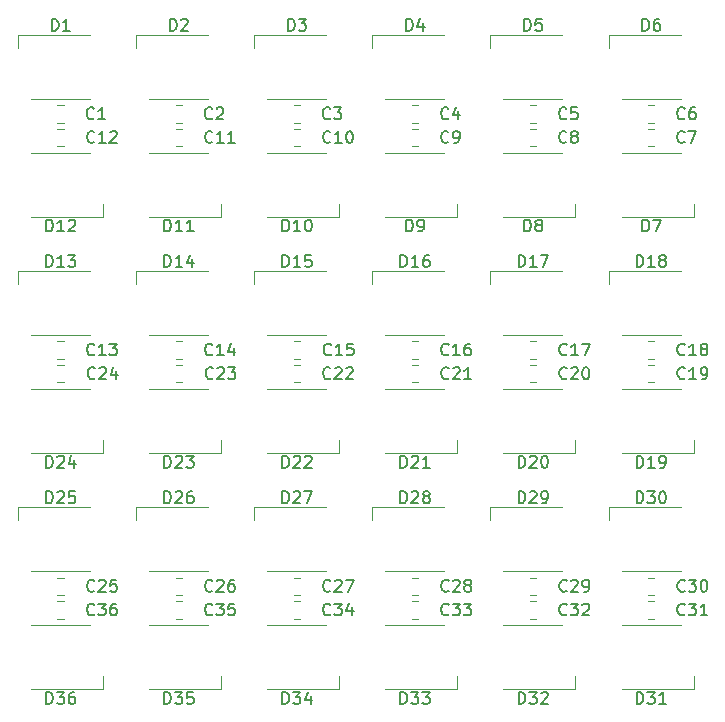
<source format=gbr>
%TF.GenerationSoftware,KiCad,Pcbnew,(5.1.9)-1*%
%TF.CreationDate,2021-05-23T18:39:07+01:00*%
%TF.ProjectId,LEDMaze,4c45444d-617a-4652-9e6b-696361645f70,rev?*%
%TF.SameCoordinates,Original*%
%TF.FileFunction,Legend,Top*%
%TF.FilePolarity,Positive*%
%FSLAX46Y46*%
G04 Gerber Fmt 4.6, Leading zero omitted, Abs format (unit mm)*
G04 Created by KiCad (PCBNEW (5.1.9)-1) date 2021-05-23 18:39:07*
%MOMM*%
%LPD*%
G01*
G04 APERTURE LIST*
%ADD10C,0.120000*%
%ADD11C,0.150000*%
G04 APERTURE END LIST*
D10*
%TO.C,D36*%
X33600000Y-102700000D02*
X27500000Y-102700000D01*
X33600000Y-101600000D02*
X33600000Y-102700000D01*
X27500000Y-97300000D02*
X32500000Y-97300000D01*
%TO.C,D35*%
X43600000Y-102700000D02*
X37500000Y-102700000D01*
X43600000Y-101600000D02*
X43600000Y-102700000D01*
X37500000Y-97300000D02*
X42500000Y-97300000D01*
%TO.C,D34*%
X53600000Y-102700000D02*
X47500000Y-102700000D01*
X53600000Y-101600000D02*
X53600000Y-102700000D01*
X47500000Y-97300000D02*
X52500000Y-97300000D01*
%TO.C,D33*%
X63600000Y-102700000D02*
X57500000Y-102700000D01*
X63600000Y-101600000D02*
X63600000Y-102700000D01*
X57500000Y-97300000D02*
X62500000Y-97300000D01*
%TO.C,D32*%
X73600000Y-102700000D02*
X67500000Y-102700000D01*
X73600000Y-101600000D02*
X73600000Y-102700000D01*
X67500000Y-97300000D02*
X72500000Y-97300000D01*
%TO.C,D31*%
X83600000Y-102700000D02*
X77500000Y-102700000D01*
X83600000Y-101600000D02*
X83600000Y-102700000D01*
X77500000Y-97300000D02*
X82500000Y-97300000D01*
%TO.C,D30*%
X76400000Y-87300000D02*
X82500000Y-87300000D01*
X76400000Y-88400000D02*
X76400000Y-87300000D01*
X82500000Y-92700000D02*
X77500000Y-92700000D01*
%TO.C,D29*%
X66400000Y-87300000D02*
X72500000Y-87300000D01*
X66400000Y-88400000D02*
X66400000Y-87300000D01*
X72500000Y-92700000D02*
X67500000Y-92700000D01*
%TO.C,D28*%
X56400000Y-87300000D02*
X62500000Y-87300000D01*
X56400000Y-88400000D02*
X56400000Y-87300000D01*
X62500000Y-92700000D02*
X57500000Y-92700000D01*
%TO.C,D27*%
X46400000Y-87300000D02*
X52500000Y-87300000D01*
X46400000Y-88400000D02*
X46400000Y-87300000D01*
X52500000Y-92700000D02*
X47500000Y-92700000D01*
%TO.C,D26*%
X36400000Y-87300000D02*
X42500000Y-87300000D01*
X36400000Y-88400000D02*
X36400000Y-87300000D01*
X42500000Y-92700000D02*
X37500000Y-92700000D01*
%TO.C,D25*%
X26400000Y-87300000D02*
X32500000Y-87300000D01*
X26400000Y-88400000D02*
X26400000Y-87300000D01*
X32500000Y-92700000D02*
X27500000Y-92700000D01*
%TO.C,D24*%
X33600000Y-82700000D02*
X27500000Y-82700000D01*
X33600000Y-81600000D02*
X33600000Y-82700000D01*
X27500000Y-77300000D02*
X32500000Y-77300000D01*
%TO.C,D23*%
X43600000Y-82700000D02*
X37500000Y-82700000D01*
X43600000Y-81600000D02*
X43600000Y-82700000D01*
X37500000Y-77300000D02*
X42500000Y-77300000D01*
%TO.C,D22*%
X53600000Y-82700000D02*
X47500000Y-82700000D01*
X53600000Y-81600000D02*
X53600000Y-82700000D01*
X47500000Y-77300000D02*
X52500000Y-77300000D01*
%TO.C,D21*%
X63600000Y-82700000D02*
X57500000Y-82700000D01*
X63600000Y-81600000D02*
X63600000Y-82700000D01*
X57500000Y-77300000D02*
X62500000Y-77300000D01*
%TO.C,D20*%
X73600000Y-82700000D02*
X67500000Y-82700000D01*
X73600000Y-81600000D02*
X73600000Y-82700000D01*
X67500000Y-77300000D02*
X72500000Y-77300000D01*
%TO.C,D19*%
X83600000Y-82700000D02*
X77500000Y-82700000D01*
X83600000Y-81600000D02*
X83600000Y-82700000D01*
X77500000Y-77300000D02*
X82500000Y-77300000D01*
%TO.C,D18*%
X76400000Y-67300000D02*
X82500000Y-67300000D01*
X76400000Y-68400000D02*
X76400000Y-67300000D01*
X82500000Y-72700000D02*
X77500000Y-72700000D01*
%TO.C,D17*%
X66400000Y-67300000D02*
X72500000Y-67300000D01*
X66400000Y-68400000D02*
X66400000Y-67300000D01*
X72500000Y-72700000D02*
X67500000Y-72700000D01*
%TO.C,D16*%
X56400000Y-67300000D02*
X62500000Y-67300000D01*
X56400000Y-68400000D02*
X56400000Y-67300000D01*
X62500000Y-72700000D02*
X57500000Y-72700000D01*
%TO.C,D15*%
X46400000Y-67300000D02*
X52500000Y-67300000D01*
X46400000Y-68400000D02*
X46400000Y-67300000D01*
X52500000Y-72700000D02*
X47500000Y-72700000D01*
%TO.C,D14*%
X36400000Y-67300000D02*
X42500000Y-67300000D01*
X36400000Y-68400000D02*
X36400000Y-67300000D01*
X42500000Y-72700000D02*
X37500000Y-72700000D01*
%TO.C,D13*%
X26400000Y-67300000D02*
X32500000Y-67300000D01*
X26400000Y-68400000D02*
X26400000Y-67300000D01*
X32500000Y-72700000D02*
X27500000Y-72700000D01*
%TO.C,D12*%
X33600000Y-62700000D02*
X27500000Y-62700000D01*
X33600000Y-61600000D02*
X33600000Y-62700000D01*
X27500000Y-57300000D02*
X32500000Y-57300000D01*
%TO.C,D11*%
X43600000Y-62700000D02*
X37500000Y-62700000D01*
X43600000Y-61600000D02*
X43600000Y-62700000D01*
X37500000Y-57300000D02*
X42500000Y-57300000D01*
%TO.C,D10*%
X53600000Y-62700000D02*
X47500000Y-62700000D01*
X53600000Y-61600000D02*
X53600000Y-62700000D01*
X47500000Y-57300000D02*
X52500000Y-57300000D01*
%TO.C,D9*%
X63600000Y-62700000D02*
X57500000Y-62700000D01*
X63600000Y-61600000D02*
X63600000Y-62700000D01*
X57500000Y-57300000D02*
X62500000Y-57300000D01*
%TO.C,D8*%
X73600000Y-62700000D02*
X67500000Y-62700000D01*
X73600000Y-61600000D02*
X73600000Y-62700000D01*
X67500000Y-57300000D02*
X72500000Y-57300000D01*
%TO.C,D7*%
X83600000Y-62700000D02*
X77500000Y-62700000D01*
X83600000Y-61600000D02*
X83600000Y-62700000D01*
X77500000Y-57300000D02*
X82500000Y-57300000D01*
%TO.C,C36*%
X29738748Y-95265000D02*
X30261252Y-95265000D01*
X29738748Y-96735000D02*
X30261252Y-96735000D01*
%TO.C,C35*%
X39738748Y-95265000D02*
X40261252Y-95265000D01*
X39738748Y-96735000D02*
X40261252Y-96735000D01*
%TO.C,C34*%
X49738748Y-95265000D02*
X50261252Y-95265000D01*
X49738748Y-96735000D02*
X50261252Y-96735000D01*
%TO.C,C33*%
X59738748Y-95265000D02*
X60261252Y-95265000D01*
X59738748Y-96735000D02*
X60261252Y-96735000D01*
%TO.C,C32*%
X69738748Y-95265000D02*
X70261252Y-95265000D01*
X69738748Y-96735000D02*
X70261252Y-96735000D01*
%TO.C,C31*%
X79738748Y-95265000D02*
X80261252Y-95265000D01*
X79738748Y-96735000D02*
X80261252Y-96735000D01*
%TO.C,C30*%
X80261252Y-94735000D02*
X79738748Y-94735000D01*
X80261252Y-93265000D02*
X79738748Y-93265000D01*
%TO.C,C29*%
X70261252Y-94735000D02*
X69738748Y-94735000D01*
X70261252Y-93265000D02*
X69738748Y-93265000D01*
%TO.C,C28*%
X60261252Y-94735000D02*
X59738748Y-94735000D01*
X60261252Y-93265000D02*
X59738748Y-93265000D01*
%TO.C,C27*%
X50261252Y-94735000D02*
X49738748Y-94735000D01*
X50261252Y-93265000D02*
X49738748Y-93265000D01*
%TO.C,C26*%
X40261252Y-94735000D02*
X39738748Y-94735000D01*
X40261252Y-93265000D02*
X39738748Y-93265000D01*
%TO.C,C25*%
X30261252Y-94735000D02*
X29738748Y-94735000D01*
X30261252Y-93265000D02*
X29738748Y-93265000D01*
%TO.C,C24*%
X29738748Y-75265000D02*
X30261252Y-75265000D01*
X29738748Y-76735000D02*
X30261252Y-76735000D01*
%TO.C,C23*%
X39738748Y-75265000D02*
X40261252Y-75265000D01*
X39738748Y-76735000D02*
X40261252Y-76735000D01*
%TO.C,C22*%
X49738748Y-75265000D02*
X50261252Y-75265000D01*
X49738748Y-76735000D02*
X50261252Y-76735000D01*
%TO.C,C21*%
X59738748Y-75265000D02*
X60261252Y-75265000D01*
X59738748Y-76735000D02*
X60261252Y-76735000D01*
%TO.C,C20*%
X69738748Y-75265000D02*
X70261252Y-75265000D01*
X69738748Y-76735000D02*
X70261252Y-76735000D01*
%TO.C,C19*%
X79738748Y-75265000D02*
X80261252Y-75265000D01*
X79738748Y-76735000D02*
X80261252Y-76735000D01*
%TO.C,C18*%
X80261252Y-74735000D02*
X79738748Y-74735000D01*
X80261252Y-73265000D02*
X79738748Y-73265000D01*
%TO.C,C17*%
X70261252Y-74735000D02*
X69738748Y-74735000D01*
X70261252Y-73265000D02*
X69738748Y-73265000D01*
%TO.C,C16*%
X60261252Y-74735000D02*
X59738748Y-74735000D01*
X60261252Y-73265000D02*
X59738748Y-73265000D01*
%TO.C,C15*%
X50261252Y-74735000D02*
X49738748Y-74735000D01*
X50261252Y-73265000D02*
X49738748Y-73265000D01*
%TO.C,C14*%
X40261252Y-74735000D02*
X39738748Y-74735000D01*
X40261252Y-73265000D02*
X39738748Y-73265000D01*
%TO.C,C13*%
X30261252Y-74735000D02*
X29738748Y-74735000D01*
X30261252Y-73265000D02*
X29738748Y-73265000D01*
%TO.C,C12*%
X29738748Y-55265000D02*
X30261252Y-55265000D01*
X29738748Y-56735000D02*
X30261252Y-56735000D01*
%TO.C,C11*%
X39738748Y-55265000D02*
X40261252Y-55265000D01*
X39738748Y-56735000D02*
X40261252Y-56735000D01*
%TO.C,C10*%
X49738748Y-55265000D02*
X50261252Y-55265000D01*
X49738748Y-56735000D02*
X50261252Y-56735000D01*
%TO.C,C9*%
X59738748Y-55265000D02*
X60261252Y-55265000D01*
X59738748Y-56735000D02*
X60261252Y-56735000D01*
%TO.C,C8*%
X69738748Y-55265000D02*
X70261252Y-55265000D01*
X69738748Y-56735000D02*
X70261252Y-56735000D01*
%TO.C,C7*%
X79738748Y-55265000D02*
X80261252Y-55265000D01*
X79738748Y-56735000D02*
X80261252Y-56735000D01*
%TO.C,D1*%
X26400000Y-47300000D02*
X32500000Y-47300000D01*
X26400000Y-48400000D02*
X26400000Y-47300000D01*
X32500000Y-52700000D02*
X27500000Y-52700000D01*
%TO.C,D6*%
X76400000Y-47300000D02*
X82500000Y-47300000D01*
X76400000Y-48400000D02*
X76400000Y-47300000D01*
X82500000Y-52700000D02*
X77500000Y-52700000D01*
%TO.C,D5*%
X66400000Y-47300000D02*
X72500000Y-47300000D01*
X66400000Y-48400000D02*
X66400000Y-47300000D01*
X72500000Y-52700000D02*
X67500000Y-52700000D01*
%TO.C,D4*%
X56400000Y-47300000D02*
X62500000Y-47300000D01*
X56400000Y-48400000D02*
X56400000Y-47300000D01*
X62500000Y-52700000D02*
X57500000Y-52700000D01*
%TO.C,D3*%
X46400000Y-47300000D02*
X52500000Y-47300000D01*
X46400000Y-48400000D02*
X46400000Y-47300000D01*
X52500000Y-52700000D02*
X47500000Y-52700000D01*
%TO.C,D2*%
X36400000Y-47300000D02*
X42500000Y-47300000D01*
X36400000Y-48400000D02*
X36400000Y-47300000D01*
X42500000Y-52700000D02*
X37500000Y-52700000D01*
%TO.C,C6*%
X80261252Y-54735000D02*
X79738748Y-54735000D01*
X80261252Y-53265000D02*
X79738748Y-53265000D01*
%TO.C,C5*%
X70261252Y-54735000D02*
X69738748Y-54735000D01*
X70261252Y-53265000D02*
X69738748Y-53265000D01*
%TO.C,C4*%
X60261252Y-54735000D02*
X59738748Y-54735000D01*
X60261252Y-53265000D02*
X59738748Y-53265000D01*
%TO.C,C3*%
X50261252Y-54735000D02*
X49738748Y-54735000D01*
X50261252Y-53265000D02*
X49738748Y-53265000D01*
%TO.C,C2*%
X40261252Y-54735000D02*
X39738748Y-54735000D01*
X40261252Y-53265000D02*
X39738748Y-53265000D01*
%TO.C,C1*%
X30261252Y-54735000D02*
X29738748Y-54735000D01*
X30261252Y-53265000D02*
X29738748Y-53265000D01*
%TO.C,D36*%
D11*
X28785714Y-103952380D02*
X28785714Y-102952380D01*
X29023809Y-102952380D01*
X29166666Y-103000000D01*
X29261904Y-103095238D01*
X29309523Y-103190476D01*
X29357142Y-103380952D01*
X29357142Y-103523809D01*
X29309523Y-103714285D01*
X29261904Y-103809523D01*
X29166666Y-103904761D01*
X29023809Y-103952380D01*
X28785714Y-103952380D01*
X29690476Y-102952380D02*
X30309523Y-102952380D01*
X29976190Y-103333333D01*
X30119047Y-103333333D01*
X30214285Y-103380952D01*
X30261904Y-103428571D01*
X30309523Y-103523809D01*
X30309523Y-103761904D01*
X30261904Y-103857142D01*
X30214285Y-103904761D01*
X30119047Y-103952380D01*
X29833333Y-103952380D01*
X29738095Y-103904761D01*
X29690476Y-103857142D01*
X31166666Y-102952380D02*
X30976190Y-102952380D01*
X30880952Y-103000000D01*
X30833333Y-103047619D01*
X30738095Y-103190476D01*
X30690476Y-103380952D01*
X30690476Y-103761904D01*
X30738095Y-103857142D01*
X30785714Y-103904761D01*
X30880952Y-103952380D01*
X31071428Y-103952380D01*
X31166666Y-103904761D01*
X31214285Y-103857142D01*
X31261904Y-103761904D01*
X31261904Y-103523809D01*
X31214285Y-103428571D01*
X31166666Y-103380952D01*
X31071428Y-103333333D01*
X30880952Y-103333333D01*
X30785714Y-103380952D01*
X30738095Y-103428571D01*
X30690476Y-103523809D01*
%TO.C,D35*%
X38785714Y-103952380D02*
X38785714Y-102952380D01*
X39023809Y-102952380D01*
X39166666Y-103000000D01*
X39261904Y-103095238D01*
X39309523Y-103190476D01*
X39357142Y-103380952D01*
X39357142Y-103523809D01*
X39309523Y-103714285D01*
X39261904Y-103809523D01*
X39166666Y-103904761D01*
X39023809Y-103952380D01*
X38785714Y-103952380D01*
X39690476Y-102952380D02*
X40309523Y-102952380D01*
X39976190Y-103333333D01*
X40119047Y-103333333D01*
X40214285Y-103380952D01*
X40261904Y-103428571D01*
X40309523Y-103523809D01*
X40309523Y-103761904D01*
X40261904Y-103857142D01*
X40214285Y-103904761D01*
X40119047Y-103952380D01*
X39833333Y-103952380D01*
X39738095Y-103904761D01*
X39690476Y-103857142D01*
X41214285Y-102952380D02*
X40738095Y-102952380D01*
X40690476Y-103428571D01*
X40738095Y-103380952D01*
X40833333Y-103333333D01*
X41071428Y-103333333D01*
X41166666Y-103380952D01*
X41214285Y-103428571D01*
X41261904Y-103523809D01*
X41261904Y-103761904D01*
X41214285Y-103857142D01*
X41166666Y-103904761D01*
X41071428Y-103952380D01*
X40833333Y-103952380D01*
X40738095Y-103904761D01*
X40690476Y-103857142D01*
%TO.C,D34*%
X48785714Y-103952380D02*
X48785714Y-102952380D01*
X49023809Y-102952380D01*
X49166666Y-103000000D01*
X49261904Y-103095238D01*
X49309523Y-103190476D01*
X49357142Y-103380952D01*
X49357142Y-103523809D01*
X49309523Y-103714285D01*
X49261904Y-103809523D01*
X49166666Y-103904761D01*
X49023809Y-103952380D01*
X48785714Y-103952380D01*
X49690476Y-102952380D02*
X50309523Y-102952380D01*
X49976190Y-103333333D01*
X50119047Y-103333333D01*
X50214285Y-103380952D01*
X50261904Y-103428571D01*
X50309523Y-103523809D01*
X50309523Y-103761904D01*
X50261904Y-103857142D01*
X50214285Y-103904761D01*
X50119047Y-103952380D01*
X49833333Y-103952380D01*
X49738095Y-103904761D01*
X49690476Y-103857142D01*
X51166666Y-103285714D02*
X51166666Y-103952380D01*
X50928571Y-102904761D02*
X50690476Y-103619047D01*
X51309523Y-103619047D01*
%TO.C,D33*%
X58785714Y-103952380D02*
X58785714Y-102952380D01*
X59023809Y-102952380D01*
X59166666Y-103000000D01*
X59261904Y-103095238D01*
X59309523Y-103190476D01*
X59357142Y-103380952D01*
X59357142Y-103523809D01*
X59309523Y-103714285D01*
X59261904Y-103809523D01*
X59166666Y-103904761D01*
X59023809Y-103952380D01*
X58785714Y-103952380D01*
X59690476Y-102952380D02*
X60309523Y-102952380D01*
X59976190Y-103333333D01*
X60119047Y-103333333D01*
X60214285Y-103380952D01*
X60261904Y-103428571D01*
X60309523Y-103523809D01*
X60309523Y-103761904D01*
X60261904Y-103857142D01*
X60214285Y-103904761D01*
X60119047Y-103952380D01*
X59833333Y-103952380D01*
X59738095Y-103904761D01*
X59690476Y-103857142D01*
X60642857Y-102952380D02*
X61261904Y-102952380D01*
X60928571Y-103333333D01*
X61071428Y-103333333D01*
X61166666Y-103380952D01*
X61214285Y-103428571D01*
X61261904Y-103523809D01*
X61261904Y-103761904D01*
X61214285Y-103857142D01*
X61166666Y-103904761D01*
X61071428Y-103952380D01*
X60785714Y-103952380D01*
X60690476Y-103904761D01*
X60642857Y-103857142D01*
%TO.C,D32*%
X68785714Y-103952380D02*
X68785714Y-102952380D01*
X69023809Y-102952380D01*
X69166666Y-103000000D01*
X69261904Y-103095238D01*
X69309523Y-103190476D01*
X69357142Y-103380952D01*
X69357142Y-103523809D01*
X69309523Y-103714285D01*
X69261904Y-103809523D01*
X69166666Y-103904761D01*
X69023809Y-103952380D01*
X68785714Y-103952380D01*
X69690476Y-102952380D02*
X70309523Y-102952380D01*
X69976190Y-103333333D01*
X70119047Y-103333333D01*
X70214285Y-103380952D01*
X70261904Y-103428571D01*
X70309523Y-103523809D01*
X70309523Y-103761904D01*
X70261904Y-103857142D01*
X70214285Y-103904761D01*
X70119047Y-103952380D01*
X69833333Y-103952380D01*
X69738095Y-103904761D01*
X69690476Y-103857142D01*
X70690476Y-103047619D02*
X70738095Y-103000000D01*
X70833333Y-102952380D01*
X71071428Y-102952380D01*
X71166666Y-103000000D01*
X71214285Y-103047619D01*
X71261904Y-103142857D01*
X71261904Y-103238095D01*
X71214285Y-103380952D01*
X70642857Y-103952380D01*
X71261904Y-103952380D01*
%TO.C,D31*%
X78785714Y-103952380D02*
X78785714Y-102952380D01*
X79023809Y-102952380D01*
X79166666Y-103000000D01*
X79261904Y-103095238D01*
X79309523Y-103190476D01*
X79357142Y-103380952D01*
X79357142Y-103523809D01*
X79309523Y-103714285D01*
X79261904Y-103809523D01*
X79166666Y-103904761D01*
X79023809Y-103952380D01*
X78785714Y-103952380D01*
X79690476Y-102952380D02*
X80309523Y-102952380D01*
X79976190Y-103333333D01*
X80119047Y-103333333D01*
X80214285Y-103380952D01*
X80261904Y-103428571D01*
X80309523Y-103523809D01*
X80309523Y-103761904D01*
X80261904Y-103857142D01*
X80214285Y-103904761D01*
X80119047Y-103952380D01*
X79833333Y-103952380D01*
X79738095Y-103904761D01*
X79690476Y-103857142D01*
X81261904Y-103952380D02*
X80690476Y-103952380D01*
X80976190Y-103952380D02*
X80976190Y-102952380D01*
X80880952Y-103095238D01*
X80785714Y-103190476D01*
X80690476Y-103238095D01*
%TO.C,D30*%
X78785714Y-86952380D02*
X78785714Y-85952380D01*
X79023809Y-85952380D01*
X79166666Y-86000000D01*
X79261904Y-86095238D01*
X79309523Y-86190476D01*
X79357142Y-86380952D01*
X79357142Y-86523809D01*
X79309523Y-86714285D01*
X79261904Y-86809523D01*
X79166666Y-86904761D01*
X79023809Y-86952380D01*
X78785714Y-86952380D01*
X79690476Y-85952380D02*
X80309523Y-85952380D01*
X79976190Y-86333333D01*
X80119047Y-86333333D01*
X80214285Y-86380952D01*
X80261904Y-86428571D01*
X80309523Y-86523809D01*
X80309523Y-86761904D01*
X80261904Y-86857142D01*
X80214285Y-86904761D01*
X80119047Y-86952380D01*
X79833333Y-86952380D01*
X79738095Y-86904761D01*
X79690476Y-86857142D01*
X80928571Y-85952380D02*
X81023809Y-85952380D01*
X81119047Y-86000000D01*
X81166666Y-86047619D01*
X81214285Y-86142857D01*
X81261904Y-86333333D01*
X81261904Y-86571428D01*
X81214285Y-86761904D01*
X81166666Y-86857142D01*
X81119047Y-86904761D01*
X81023809Y-86952380D01*
X80928571Y-86952380D01*
X80833333Y-86904761D01*
X80785714Y-86857142D01*
X80738095Y-86761904D01*
X80690476Y-86571428D01*
X80690476Y-86333333D01*
X80738095Y-86142857D01*
X80785714Y-86047619D01*
X80833333Y-86000000D01*
X80928571Y-85952380D01*
%TO.C,D29*%
X68785714Y-86952380D02*
X68785714Y-85952380D01*
X69023809Y-85952380D01*
X69166666Y-86000000D01*
X69261904Y-86095238D01*
X69309523Y-86190476D01*
X69357142Y-86380952D01*
X69357142Y-86523809D01*
X69309523Y-86714285D01*
X69261904Y-86809523D01*
X69166666Y-86904761D01*
X69023809Y-86952380D01*
X68785714Y-86952380D01*
X69738095Y-86047619D02*
X69785714Y-86000000D01*
X69880952Y-85952380D01*
X70119047Y-85952380D01*
X70214285Y-86000000D01*
X70261904Y-86047619D01*
X70309523Y-86142857D01*
X70309523Y-86238095D01*
X70261904Y-86380952D01*
X69690476Y-86952380D01*
X70309523Y-86952380D01*
X70785714Y-86952380D02*
X70976190Y-86952380D01*
X71071428Y-86904761D01*
X71119047Y-86857142D01*
X71214285Y-86714285D01*
X71261904Y-86523809D01*
X71261904Y-86142857D01*
X71214285Y-86047619D01*
X71166666Y-86000000D01*
X71071428Y-85952380D01*
X70880952Y-85952380D01*
X70785714Y-86000000D01*
X70738095Y-86047619D01*
X70690476Y-86142857D01*
X70690476Y-86380952D01*
X70738095Y-86476190D01*
X70785714Y-86523809D01*
X70880952Y-86571428D01*
X71071428Y-86571428D01*
X71166666Y-86523809D01*
X71214285Y-86476190D01*
X71261904Y-86380952D01*
%TO.C,D28*%
X58785714Y-86952380D02*
X58785714Y-85952380D01*
X59023809Y-85952380D01*
X59166666Y-86000000D01*
X59261904Y-86095238D01*
X59309523Y-86190476D01*
X59357142Y-86380952D01*
X59357142Y-86523809D01*
X59309523Y-86714285D01*
X59261904Y-86809523D01*
X59166666Y-86904761D01*
X59023809Y-86952380D01*
X58785714Y-86952380D01*
X59738095Y-86047619D02*
X59785714Y-86000000D01*
X59880952Y-85952380D01*
X60119047Y-85952380D01*
X60214285Y-86000000D01*
X60261904Y-86047619D01*
X60309523Y-86142857D01*
X60309523Y-86238095D01*
X60261904Y-86380952D01*
X59690476Y-86952380D01*
X60309523Y-86952380D01*
X60880952Y-86380952D02*
X60785714Y-86333333D01*
X60738095Y-86285714D01*
X60690476Y-86190476D01*
X60690476Y-86142857D01*
X60738095Y-86047619D01*
X60785714Y-86000000D01*
X60880952Y-85952380D01*
X61071428Y-85952380D01*
X61166666Y-86000000D01*
X61214285Y-86047619D01*
X61261904Y-86142857D01*
X61261904Y-86190476D01*
X61214285Y-86285714D01*
X61166666Y-86333333D01*
X61071428Y-86380952D01*
X60880952Y-86380952D01*
X60785714Y-86428571D01*
X60738095Y-86476190D01*
X60690476Y-86571428D01*
X60690476Y-86761904D01*
X60738095Y-86857142D01*
X60785714Y-86904761D01*
X60880952Y-86952380D01*
X61071428Y-86952380D01*
X61166666Y-86904761D01*
X61214285Y-86857142D01*
X61261904Y-86761904D01*
X61261904Y-86571428D01*
X61214285Y-86476190D01*
X61166666Y-86428571D01*
X61071428Y-86380952D01*
%TO.C,D27*%
X48785714Y-86952380D02*
X48785714Y-85952380D01*
X49023809Y-85952380D01*
X49166666Y-86000000D01*
X49261904Y-86095238D01*
X49309523Y-86190476D01*
X49357142Y-86380952D01*
X49357142Y-86523809D01*
X49309523Y-86714285D01*
X49261904Y-86809523D01*
X49166666Y-86904761D01*
X49023809Y-86952380D01*
X48785714Y-86952380D01*
X49738095Y-86047619D02*
X49785714Y-86000000D01*
X49880952Y-85952380D01*
X50119047Y-85952380D01*
X50214285Y-86000000D01*
X50261904Y-86047619D01*
X50309523Y-86142857D01*
X50309523Y-86238095D01*
X50261904Y-86380952D01*
X49690476Y-86952380D01*
X50309523Y-86952380D01*
X50642857Y-85952380D02*
X51309523Y-85952380D01*
X50880952Y-86952380D01*
%TO.C,D26*%
X38785714Y-86952380D02*
X38785714Y-85952380D01*
X39023809Y-85952380D01*
X39166666Y-86000000D01*
X39261904Y-86095238D01*
X39309523Y-86190476D01*
X39357142Y-86380952D01*
X39357142Y-86523809D01*
X39309523Y-86714285D01*
X39261904Y-86809523D01*
X39166666Y-86904761D01*
X39023809Y-86952380D01*
X38785714Y-86952380D01*
X39738095Y-86047619D02*
X39785714Y-86000000D01*
X39880952Y-85952380D01*
X40119047Y-85952380D01*
X40214285Y-86000000D01*
X40261904Y-86047619D01*
X40309523Y-86142857D01*
X40309523Y-86238095D01*
X40261904Y-86380952D01*
X39690476Y-86952380D01*
X40309523Y-86952380D01*
X41166666Y-85952380D02*
X40976190Y-85952380D01*
X40880952Y-86000000D01*
X40833333Y-86047619D01*
X40738095Y-86190476D01*
X40690476Y-86380952D01*
X40690476Y-86761904D01*
X40738095Y-86857142D01*
X40785714Y-86904761D01*
X40880952Y-86952380D01*
X41071428Y-86952380D01*
X41166666Y-86904761D01*
X41214285Y-86857142D01*
X41261904Y-86761904D01*
X41261904Y-86523809D01*
X41214285Y-86428571D01*
X41166666Y-86380952D01*
X41071428Y-86333333D01*
X40880952Y-86333333D01*
X40785714Y-86380952D01*
X40738095Y-86428571D01*
X40690476Y-86523809D01*
%TO.C,D25*%
X28785714Y-86952380D02*
X28785714Y-85952380D01*
X29023809Y-85952380D01*
X29166666Y-86000000D01*
X29261904Y-86095238D01*
X29309523Y-86190476D01*
X29357142Y-86380952D01*
X29357142Y-86523809D01*
X29309523Y-86714285D01*
X29261904Y-86809523D01*
X29166666Y-86904761D01*
X29023809Y-86952380D01*
X28785714Y-86952380D01*
X29738095Y-86047619D02*
X29785714Y-86000000D01*
X29880952Y-85952380D01*
X30119047Y-85952380D01*
X30214285Y-86000000D01*
X30261904Y-86047619D01*
X30309523Y-86142857D01*
X30309523Y-86238095D01*
X30261904Y-86380952D01*
X29690476Y-86952380D01*
X30309523Y-86952380D01*
X31214285Y-85952380D02*
X30738095Y-85952380D01*
X30690476Y-86428571D01*
X30738095Y-86380952D01*
X30833333Y-86333333D01*
X31071428Y-86333333D01*
X31166666Y-86380952D01*
X31214285Y-86428571D01*
X31261904Y-86523809D01*
X31261904Y-86761904D01*
X31214285Y-86857142D01*
X31166666Y-86904761D01*
X31071428Y-86952380D01*
X30833333Y-86952380D01*
X30738095Y-86904761D01*
X30690476Y-86857142D01*
%TO.C,D24*%
X28785714Y-83952380D02*
X28785714Y-82952380D01*
X29023809Y-82952380D01*
X29166666Y-83000000D01*
X29261904Y-83095238D01*
X29309523Y-83190476D01*
X29357142Y-83380952D01*
X29357142Y-83523809D01*
X29309523Y-83714285D01*
X29261904Y-83809523D01*
X29166666Y-83904761D01*
X29023809Y-83952380D01*
X28785714Y-83952380D01*
X29738095Y-83047619D02*
X29785714Y-83000000D01*
X29880952Y-82952380D01*
X30119047Y-82952380D01*
X30214285Y-83000000D01*
X30261904Y-83047619D01*
X30309523Y-83142857D01*
X30309523Y-83238095D01*
X30261904Y-83380952D01*
X29690476Y-83952380D01*
X30309523Y-83952380D01*
X31166666Y-83285714D02*
X31166666Y-83952380D01*
X30928571Y-82904761D02*
X30690476Y-83619047D01*
X31309523Y-83619047D01*
%TO.C,D23*%
X38785714Y-83952380D02*
X38785714Y-82952380D01*
X39023809Y-82952380D01*
X39166666Y-83000000D01*
X39261904Y-83095238D01*
X39309523Y-83190476D01*
X39357142Y-83380952D01*
X39357142Y-83523809D01*
X39309523Y-83714285D01*
X39261904Y-83809523D01*
X39166666Y-83904761D01*
X39023809Y-83952380D01*
X38785714Y-83952380D01*
X39738095Y-83047619D02*
X39785714Y-83000000D01*
X39880952Y-82952380D01*
X40119047Y-82952380D01*
X40214285Y-83000000D01*
X40261904Y-83047619D01*
X40309523Y-83142857D01*
X40309523Y-83238095D01*
X40261904Y-83380952D01*
X39690476Y-83952380D01*
X40309523Y-83952380D01*
X40642857Y-82952380D02*
X41261904Y-82952380D01*
X40928571Y-83333333D01*
X41071428Y-83333333D01*
X41166666Y-83380952D01*
X41214285Y-83428571D01*
X41261904Y-83523809D01*
X41261904Y-83761904D01*
X41214285Y-83857142D01*
X41166666Y-83904761D01*
X41071428Y-83952380D01*
X40785714Y-83952380D01*
X40690476Y-83904761D01*
X40642857Y-83857142D01*
%TO.C,D22*%
X48785714Y-83952380D02*
X48785714Y-82952380D01*
X49023809Y-82952380D01*
X49166666Y-83000000D01*
X49261904Y-83095238D01*
X49309523Y-83190476D01*
X49357142Y-83380952D01*
X49357142Y-83523809D01*
X49309523Y-83714285D01*
X49261904Y-83809523D01*
X49166666Y-83904761D01*
X49023809Y-83952380D01*
X48785714Y-83952380D01*
X49738095Y-83047619D02*
X49785714Y-83000000D01*
X49880952Y-82952380D01*
X50119047Y-82952380D01*
X50214285Y-83000000D01*
X50261904Y-83047619D01*
X50309523Y-83142857D01*
X50309523Y-83238095D01*
X50261904Y-83380952D01*
X49690476Y-83952380D01*
X50309523Y-83952380D01*
X50690476Y-83047619D02*
X50738095Y-83000000D01*
X50833333Y-82952380D01*
X51071428Y-82952380D01*
X51166666Y-83000000D01*
X51214285Y-83047619D01*
X51261904Y-83142857D01*
X51261904Y-83238095D01*
X51214285Y-83380952D01*
X50642857Y-83952380D01*
X51261904Y-83952380D01*
%TO.C,D21*%
X58785714Y-83952380D02*
X58785714Y-82952380D01*
X59023809Y-82952380D01*
X59166666Y-83000000D01*
X59261904Y-83095238D01*
X59309523Y-83190476D01*
X59357142Y-83380952D01*
X59357142Y-83523809D01*
X59309523Y-83714285D01*
X59261904Y-83809523D01*
X59166666Y-83904761D01*
X59023809Y-83952380D01*
X58785714Y-83952380D01*
X59738095Y-83047619D02*
X59785714Y-83000000D01*
X59880952Y-82952380D01*
X60119047Y-82952380D01*
X60214285Y-83000000D01*
X60261904Y-83047619D01*
X60309523Y-83142857D01*
X60309523Y-83238095D01*
X60261904Y-83380952D01*
X59690476Y-83952380D01*
X60309523Y-83952380D01*
X61261904Y-83952380D02*
X60690476Y-83952380D01*
X60976190Y-83952380D02*
X60976190Y-82952380D01*
X60880952Y-83095238D01*
X60785714Y-83190476D01*
X60690476Y-83238095D01*
%TO.C,D20*%
X68785714Y-83952380D02*
X68785714Y-82952380D01*
X69023809Y-82952380D01*
X69166666Y-83000000D01*
X69261904Y-83095238D01*
X69309523Y-83190476D01*
X69357142Y-83380952D01*
X69357142Y-83523809D01*
X69309523Y-83714285D01*
X69261904Y-83809523D01*
X69166666Y-83904761D01*
X69023809Y-83952380D01*
X68785714Y-83952380D01*
X69738095Y-83047619D02*
X69785714Y-83000000D01*
X69880952Y-82952380D01*
X70119047Y-82952380D01*
X70214285Y-83000000D01*
X70261904Y-83047619D01*
X70309523Y-83142857D01*
X70309523Y-83238095D01*
X70261904Y-83380952D01*
X69690476Y-83952380D01*
X70309523Y-83952380D01*
X70928571Y-82952380D02*
X71023809Y-82952380D01*
X71119047Y-83000000D01*
X71166666Y-83047619D01*
X71214285Y-83142857D01*
X71261904Y-83333333D01*
X71261904Y-83571428D01*
X71214285Y-83761904D01*
X71166666Y-83857142D01*
X71119047Y-83904761D01*
X71023809Y-83952380D01*
X70928571Y-83952380D01*
X70833333Y-83904761D01*
X70785714Y-83857142D01*
X70738095Y-83761904D01*
X70690476Y-83571428D01*
X70690476Y-83333333D01*
X70738095Y-83142857D01*
X70785714Y-83047619D01*
X70833333Y-83000000D01*
X70928571Y-82952380D01*
%TO.C,D19*%
X78785714Y-83952380D02*
X78785714Y-82952380D01*
X79023809Y-82952380D01*
X79166666Y-83000000D01*
X79261904Y-83095238D01*
X79309523Y-83190476D01*
X79357142Y-83380952D01*
X79357142Y-83523809D01*
X79309523Y-83714285D01*
X79261904Y-83809523D01*
X79166666Y-83904761D01*
X79023809Y-83952380D01*
X78785714Y-83952380D01*
X80309523Y-83952380D02*
X79738095Y-83952380D01*
X80023809Y-83952380D02*
X80023809Y-82952380D01*
X79928571Y-83095238D01*
X79833333Y-83190476D01*
X79738095Y-83238095D01*
X80785714Y-83952380D02*
X80976190Y-83952380D01*
X81071428Y-83904761D01*
X81119047Y-83857142D01*
X81214285Y-83714285D01*
X81261904Y-83523809D01*
X81261904Y-83142857D01*
X81214285Y-83047619D01*
X81166666Y-83000000D01*
X81071428Y-82952380D01*
X80880952Y-82952380D01*
X80785714Y-83000000D01*
X80738095Y-83047619D01*
X80690476Y-83142857D01*
X80690476Y-83380952D01*
X80738095Y-83476190D01*
X80785714Y-83523809D01*
X80880952Y-83571428D01*
X81071428Y-83571428D01*
X81166666Y-83523809D01*
X81214285Y-83476190D01*
X81261904Y-83380952D01*
%TO.C,D18*%
X78785714Y-66952380D02*
X78785714Y-65952380D01*
X79023809Y-65952380D01*
X79166666Y-66000000D01*
X79261904Y-66095238D01*
X79309523Y-66190476D01*
X79357142Y-66380952D01*
X79357142Y-66523809D01*
X79309523Y-66714285D01*
X79261904Y-66809523D01*
X79166666Y-66904761D01*
X79023809Y-66952380D01*
X78785714Y-66952380D01*
X80309523Y-66952380D02*
X79738095Y-66952380D01*
X80023809Y-66952380D02*
X80023809Y-65952380D01*
X79928571Y-66095238D01*
X79833333Y-66190476D01*
X79738095Y-66238095D01*
X80880952Y-66380952D02*
X80785714Y-66333333D01*
X80738095Y-66285714D01*
X80690476Y-66190476D01*
X80690476Y-66142857D01*
X80738095Y-66047619D01*
X80785714Y-66000000D01*
X80880952Y-65952380D01*
X81071428Y-65952380D01*
X81166666Y-66000000D01*
X81214285Y-66047619D01*
X81261904Y-66142857D01*
X81261904Y-66190476D01*
X81214285Y-66285714D01*
X81166666Y-66333333D01*
X81071428Y-66380952D01*
X80880952Y-66380952D01*
X80785714Y-66428571D01*
X80738095Y-66476190D01*
X80690476Y-66571428D01*
X80690476Y-66761904D01*
X80738095Y-66857142D01*
X80785714Y-66904761D01*
X80880952Y-66952380D01*
X81071428Y-66952380D01*
X81166666Y-66904761D01*
X81214285Y-66857142D01*
X81261904Y-66761904D01*
X81261904Y-66571428D01*
X81214285Y-66476190D01*
X81166666Y-66428571D01*
X81071428Y-66380952D01*
%TO.C,D17*%
X68785714Y-66952380D02*
X68785714Y-65952380D01*
X69023809Y-65952380D01*
X69166666Y-66000000D01*
X69261904Y-66095238D01*
X69309523Y-66190476D01*
X69357142Y-66380952D01*
X69357142Y-66523809D01*
X69309523Y-66714285D01*
X69261904Y-66809523D01*
X69166666Y-66904761D01*
X69023809Y-66952380D01*
X68785714Y-66952380D01*
X70309523Y-66952380D02*
X69738095Y-66952380D01*
X70023809Y-66952380D02*
X70023809Y-65952380D01*
X69928571Y-66095238D01*
X69833333Y-66190476D01*
X69738095Y-66238095D01*
X70642857Y-65952380D02*
X71309523Y-65952380D01*
X70880952Y-66952380D01*
%TO.C,D16*%
X58785714Y-66952380D02*
X58785714Y-65952380D01*
X59023809Y-65952380D01*
X59166666Y-66000000D01*
X59261904Y-66095238D01*
X59309523Y-66190476D01*
X59357142Y-66380952D01*
X59357142Y-66523809D01*
X59309523Y-66714285D01*
X59261904Y-66809523D01*
X59166666Y-66904761D01*
X59023809Y-66952380D01*
X58785714Y-66952380D01*
X60309523Y-66952380D02*
X59738095Y-66952380D01*
X60023809Y-66952380D02*
X60023809Y-65952380D01*
X59928571Y-66095238D01*
X59833333Y-66190476D01*
X59738095Y-66238095D01*
X61166666Y-65952380D02*
X60976190Y-65952380D01*
X60880952Y-66000000D01*
X60833333Y-66047619D01*
X60738095Y-66190476D01*
X60690476Y-66380952D01*
X60690476Y-66761904D01*
X60738095Y-66857142D01*
X60785714Y-66904761D01*
X60880952Y-66952380D01*
X61071428Y-66952380D01*
X61166666Y-66904761D01*
X61214285Y-66857142D01*
X61261904Y-66761904D01*
X61261904Y-66523809D01*
X61214285Y-66428571D01*
X61166666Y-66380952D01*
X61071428Y-66333333D01*
X60880952Y-66333333D01*
X60785714Y-66380952D01*
X60738095Y-66428571D01*
X60690476Y-66523809D01*
%TO.C,D15*%
X48785714Y-66952380D02*
X48785714Y-65952380D01*
X49023809Y-65952380D01*
X49166666Y-66000000D01*
X49261904Y-66095238D01*
X49309523Y-66190476D01*
X49357142Y-66380952D01*
X49357142Y-66523809D01*
X49309523Y-66714285D01*
X49261904Y-66809523D01*
X49166666Y-66904761D01*
X49023809Y-66952380D01*
X48785714Y-66952380D01*
X50309523Y-66952380D02*
X49738095Y-66952380D01*
X50023809Y-66952380D02*
X50023809Y-65952380D01*
X49928571Y-66095238D01*
X49833333Y-66190476D01*
X49738095Y-66238095D01*
X51214285Y-65952380D02*
X50738095Y-65952380D01*
X50690476Y-66428571D01*
X50738095Y-66380952D01*
X50833333Y-66333333D01*
X51071428Y-66333333D01*
X51166666Y-66380952D01*
X51214285Y-66428571D01*
X51261904Y-66523809D01*
X51261904Y-66761904D01*
X51214285Y-66857142D01*
X51166666Y-66904761D01*
X51071428Y-66952380D01*
X50833333Y-66952380D01*
X50738095Y-66904761D01*
X50690476Y-66857142D01*
%TO.C,D14*%
X38785714Y-66952380D02*
X38785714Y-65952380D01*
X39023809Y-65952380D01*
X39166666Y-66000000D01*
X39261904Y-66095238D01*
X39309523Y-66190476D01*
X39357142Y-66380952D01*
X39357142Y-66523809D01*
X39309523Y-66714285D01*
X39261904Y-66809523D01*
X39166666Y-66904761D01*
X39023809Y-66952380D01*
X38785714Y-66952380D01*
X40309523Y-66952380D02*
X39738095Y-66952380D01*
X40023809Y-66952380D02*
X40023809Y-65952380D01*
X39928571Y-66095238D01*
X39833333Y-66190476D01*
X39738095Y-66238095D01*
X41166666Y-66285714D02*
X41166666Y-66952380D01*
X40928571Y-65904761D02*
X40690476Y-66619047D01*
X41309523Y-66619047D01*
%TO.C,D13*%
X28785714Y-66952380D02*
X28785714Y-65952380D01*
X29023809Y-65952380D01*
X29166666Y-66000000D01*
X29261904Y-66095238D01*
X29309523Y-66190476D01*
X29357142Y-66380952D01*
X29357142Y-66523809D01*
X29309523Y-66714285D01*
X29261904Y-66809523D01*
X29166666Y-66904761D01*
X29023809Y-66952380D01*
X28785714Y-66952380D01*
X30309523Y-66952380D02*
X29738095Y-66952380D01*
X30023809Y-66952380D02*
X30023809Y-65952380D01*
X29928571Y-66095238D01*
X29833333Y-66190476D01*
X29738095Y-66238095D01*
X30642857Y-65952380D02*
X31261904Y-65952380D01*
X30928571Y-66333333D01*
X31071428Y-66333333D01*
X31166666Y-66380952D01*
X31214285Y-66428571D01*
X31261904Y-66523809D01*
X31261904Y-66761904D01*
X31214285Y-66857142D01*
X31166666Y-66904761D01*
X31071428Y-66952380D01*
X30785714Y-66952380D01*
X30690476Y-66904761D01*
X30642857Y-66857142D01*
%TO.C,D12*%
X28785714Y-63952380D02*
X28785714Y-62952380D01*
X29023809Y-62952380D01*
X29166666Y-63000000D01*
X29261904Y-63095238D01*
X29309523Y-63190476D01*
X29357142Y-63380952D01*
X29357142Y-63523809D01*
X29309523Y-63714285D01*
X29261904Y-63809523D01*
X29166666Y-63904761D01*
X29023809Y-63952380D01*
X28785714Y-63952380D01*
X30309523Y-63952380D02*
X29738095Y-63952380D01*
X30023809Y-63952380D02*
X30023809Y-62952380D01*
X29928571Y-63095238D01*
X29833333Y-63190476D01*
X29738095Y-63238095D01*
X30690476Y-63047619D02*
X30738095Y-63000000D01*
X30833333Y-62952380D01*
X31071428Y-62952380D01*
X31166666Y-63000000D01*
X31214285Y-63047619D01*
X31261904Y-63142857D01*
X31261904Y-63238095D01*
X31214285Y-63380952D01*
X30642857Y-63952380D01*
X31261904Y-63952380D01*
%TO.C,D11*%
X38785714Y-63952380D02*
X38785714Y-62952380D01*
X39023809Y-62952380D01*
X39166666Y-63000000D01*
X39261904Y-63095238D01*
X39309523Y-63190476D01*
X39357142Y-63380952D01*
X39357142Y-63523809D01*
X39309523Y-63714285D01*
X39261904Y-63809523D01*
X39166666Y-63904761D01*
X39023809Y-63952380D01*
X38785714Y-63952380D01*
X40309523Y-63952380D02*
X39738095Y-63952380D01*
X40023809Y-63952380D02*
X40023809Y-62952380D01*
X39928571Y-63095238D01*
X39833333Y-63190476D01*
X39738095Y-63238095D01*
X41261904Y-63952380D02*
X40690476Y-63952380D01*
X40976190Y-63952380D02*
X40976190Y-62952380D01*
X40880952Y-63095238D01*
X40785714Y-63190476D01*
X40690476Y-63238095D01*
%TO.C,D10*%
X48785714Y-63952380D02*
X48785714Y-62952380D01*
X49023809Y-62952380D01*
X49166666Y-63000000D01*
X49261904Y-63095238D01*
X49309523Y-63190476D01*
X49357142Y-63380952D01*
X49357142Y-63523809D01*
X49309523Y-63714285D01*
X49261904Y-63809523D01*
X49166666Y-63904761D01*
X49023809Y-63952380D01*
X48785714Y-63952380D01*
X50309523Y-63952380D02*
X49738095Y-63952380D01*
X50023809Y-63952380D02*
X50023809Y-62952380D01*
X49928571Y-63095238D01*
X49833333Y-63190476D01*
X49738095Y-63238095D01*
X50928571Y-62952380D02*
X51023809Y-62952380D01*
X51119047Y-63000000D01*
X51166666Y-63047619D01*
X51214285Y-63142857D01*
X51261904Y-63333333D01*
X51261904Y-63571428D01*
X51214285Y-63761904D01*
X51166666Y-63857142D01*
X51119047Y-63904761D01*
X51023809Y-63952380D01*
X50928571Y-63952380D01*
X50833333Y-63904761D01*
X50785714Y-63857142D01*
X50738095Y-63761904D01*
X50690476Y-63571428D01*
X50690476Y-63333333D01*
X50738095Y-63142857D01*
X50785714Y-63047619D01*
X50833333Y-63000000D01*
X50928571Y-62952380D01*
%TO.C,D9*%
X59261904Y-63952380D02*
X59261904Y-62952380D01*
X59500000Y-62952380D01*
X59642857Y-63000000D01*
X59738095Y-63095238D01*
X59785714Y-63190476D01*
X59833333Y-63380952D01*
X59833333Y-63523809D01*
X59785714Y-63714285D01*
X59738095Y-63809523D01*
X59642857Y-63904761D01*
X59500000Y-63952380D01*
X59261904Y-63952380D01*
X60309523Y-63952380D02*
X60500000Y-63952380D01*
X60595238Y-63904761D01*
X60642857Y-63857142D01*
X60738095Y-63714285D01*
X60785714Y-63523809D01*
X60785714Y-63142857D01*
X60738095Y-63047619D01*
X60690476Y-63000000D01*
X60595238Y-62952380D01*
X60404761Y-62952380D01*
X60309523Y-63000000D01*
X60261904Y-63047619D01*
X60214285Y-63142857D01*
X60214285Y-63380952D01*
X60261904Y-63476190D01*
X60309523Y-63523809D01*
X60404761Y-63571428D01*
X60595238Y-63571428D01*
X60690476Y-63523809D01*
X60738095Y-63476190D01*
X60785714Y-63380952D01*
%TO.C,D8*%
X69261904Y-63952380D02*
X69261904Y-62952380D01*
X69500000Y-62952380D01*
X69642857Y-63000000D01*
X69738095Y-63095238D01*
X69785714Y-63190476D01*
X69833333Y-63380952D01*
X69833333Y-63523809D01*
X69785714Y-63714285D01*
X69738095Y-63809523D01*
X69642857Y-63904761D01*
X69500000Y-63952380D01*
X69261904Y-63952380D01*
X70404761Y-63380952D02*
X70309523Y-63333333D01*
X70261904Y-63285714D01*
X70214285Y-63190476D01*
X70214285Y-63142857D01*
X70261904Y-63047619D01*
X70309523Y-63000000D01*
X70404761Y-62952380D01*
X70595238Y-62952380D01*
X70690476Y-63000000D01*
X70738095Y-63047619D01*
X70785714Y-63142857D01*
X70785714Y-63190476D01*
X70738095Y-63285714D01*
X70690476Y-63333333D01*
X70595238Y-63380952D01*
X70404761Y-63380952D01*
X70309523Y-63428571D01*
X70261904Y-63476190D01*
X70214285Y-63571428D01*
X70214285Y-63761904D01*
X70261904Y-63857142D01*
X70309523Y-63904761D01*
X70404761Y-63952380D01*
X70595238Y-63952380D01*
X70690476Y-63904761D01*
X70738095Y-63857142D01*
X70785714Y-63761904D01*
X70785714Y-63571428D01*
X70738095Y-63476190D01*
X70690476Y-63428571D01*
X70595238Y-63380952D01*
%TO.C,D7*%
X79261904Y-63952380D02*
X79261904Y-62952380D01*
X79500000Y-62952380D01*
X79642857Y-63000000D01*
X79738095Y-63095238D01*
X79785714Y-63190476D01*
X79833333Y-63380952D01*
X79833333Y-63523809D01*
X79785714Y-63714285D01*
X79738095Y-63809523D01*
X79642857Y-63904761D01*
X79500000Y-63952380D01*
X79261904Y-63952380D01*
X80166666Y-62952380D02*
X80833333Y-62952380D01*
X80404761Y-63952380D01*
%TO.C,C36*%
X32857142Y-96357142D02*
X32809523Y-96404761D01*
X32666666Y-96452380D01*
X32571428Y-96452380D01*
X32428571Y-96404761D01*
X32333333Y-96309523D01*
X32285714Y-96214285D01*
X32238095Y-96023809D01*
X32238095Y-95880952D01*
X32285714Y-95690476D01*
X32333333Y-95595238D01*
X32428571Y-95500000D01*
X32571428Y-95452380D01*
X32666666Y-95452380D01*
X32809523Y-95500000D01*
X32857142Y-95547619D01*
X33190476Y-95452380D02*
X33809523Y-95452380D01*
X33476190Y-95833333D01*
X33619047Y-95833333D01*
X33714285Y-95880952D01*
X33761904Y-95928571D01*
X33809523Y-96023809D01*
X33809523Y-96261904D01*
X33761904Y-96357142D01*
X33714285Y-96404761D01*
X33619047Y-96452380D01*
X33333333Y-96452380D01*
X33238095Y-96404761D01*
X33190476Y-96357142D01*
X34666666Y-95452380D02*
X34476190Y-95452380D01*
X34380952Y-95500000D01*
X34333333Y-95547619D01*
X34238095Y-95690476D01*
X34190476Y-95880952D01*
X34190476Y-96261904D01*
X34238095Y-96357142D01*
X34285714Y-96404761D01*
X34380952Y-96452380D01*
X34571428Y-96452380D01*
X34666666Y-96404761D01*
X34714285Y-96357142D01*
X34761904Y-96261904D01*
X34761904Y-96023809D01*
X34714285Y-95928571D01*
X34666666Y-95880952D01*
X34571428Y-95833333D01*
X34380952Y-95833333D01*
X34285714Y-95880952D01*
X34238095Y-95928571D01*
X34190476Y-96023809D01*
%TO.C,C35*%
X42857142Y-96357142D02*
X42809523Y-96404761D01*
X42666666Y-96452380D01*
X42571428Y-96452380D01*
X42428571Y-96404761D01*
X42333333Y-96309523D01*
X42285714Y-96214285D01*
X42238095Y-96023809D01*
X42238095Y-95880952D01*
X42285714Y-95690476D01*
X42333333Y-95595238D01*
X42428571Y-95500000D01*
X42571428Y-95452380D01*
X42666666Y-95452380D01*
X42809523Y-95500000D01*
X42857142Y-95547619D01*
X43190476Y-95452380D02*
X43809523Y-95452380D01*
X43476190Y-95833333D01*
X43619047Y-95833333D01*
X43714285Y-95880952D01*
X43761904Y-95928571D01*
X43809523Y-96023809D01*
X43809523Y-96261904D01*
X43761904Y-96357142D01*
X43714285Y-96404761D01*
X43619047Y-96452380D01*
X43333333Y-96452380D01*
X43238095Y-96404761D01*
X43190476Y-96357142D01*
X44714285Y-95452380D02*
X44238095Y-95452380D01*
X44190476Y-95928571D01*
X44238095Y-95880952D01*
X44333333Y-95833333D01*
X44571428Y-95833333D01*
X44666666Y-95880952D01*
X44714285Y-95928571D01*
X44761904Y-96023809D01*
X44761904Y-96261904D01*
X44714285Y-96357142D01*
X44666666Y-96404761D01*
X44571428Y-96452380D01*
X44333333Y-96452380D01*
X44238095Y-96404761D01*
X44190476Y-96357142D01*
%TO.C,C34*%
X52857142Y-96357142D02*
X52809523Y-96404761D01*
X52666666Y-96452380D01*
X52571428Y-96452380D01*
X52428571Y-96404761D01*
X52333333Y-96309523D01*
X52285714Y-96214285D01*
X52238095Y-96023809D01*
X52238095Y-95880952D01*
X52285714Y-95690476D01*
X52333333Y-95595238D01*
X52428571Y-95500000D01*
X52571428Y-95452380D01*
X52666666Y-95452380D01*
X52809523Y-95500000D01*
X52857142Y-95547619D01*
X53190476Y-95452380D02*
X53809523Y-95452380D01*
X53476190Y-95833333D01*
X53619047Y-95833333D01*
X53714285Y-95880952D01*
X53761904Y-95928571D01*
X53809523Y-96023809D01*
X53809523Y-96261904D01*
X53761904Y-96357142D01*
X53714285Y-96404761D01*
X53619047Y-96452380D01*
X53333333Y-96452380D01*
X53238095Y-96404761D01*
X53190476Y-96357142D01*
X54666666Y-95785714D02*
X54666666Y-96452380D01*
X54428571Y-95404761D02*
X54190476Y-96119047D01*
X54809523Y-96119047D01*
%TO.C,C33*%
X62857142Y-96357142D02*
X62809523Y-96404761D01*
X62666666Y-96452380D01*
X62571428Y-96452380D01*
X62428571Y-96404761D01*
X62333333Y-96309523D01*
X62285714Y-96214285D01*
X62238095Y-96023809D01*
X62238095Y-95880952D01*
X62285714Y-95690476D01*
X62333333Y-95595238D01*
X62428571Y-95500000D01*
X62571428Y-95452380D01*
X62666666Y-95452380D01*
X62809523Y-95500000D01*
X62857142Y-95547619D01*
X63190476Y-95452380D02*
X63809523Y-95452380D01*
X63476190Y-95833333D01*
X63619047Y-95833333D01*
X63714285Y-95880952D01*
X63761904Y-95928571D01*
X63809523Y-96023809D01*
X63809523Y-96261904D01*
X63761904Y-96357142D01*
X63714285Y-96404761D01*
X63619047Y-96452380D01*
X63333333Y-96452380D01*
X63238095Y-96404761D01*
X63190476Y-96357142D01*
X64142857Y-95452380D02*
X64761904Y-95452380D01*
X64428571Y-95833333D01*
X64571428Y-95833333D01*
X64666666Y-95880952D01*
X64714285Y-95928571D01*
X64761904Y-96023809D01*
X64761904Y-96261904D01*
X64714285Y-96357142D01*
X64666666Y-96404761D01*
X64571428Y-96452380D01*
X64285714Y-96452380D01*
X64190476Y-96404761D01*
X64142857Y-96357142D01*
%TO.C,C32*%
X72857142Y-96357142D02*
X72809523Y-96404761D01*
X72666666Y-96452380D01*
X72571428Y-96452380D01*
X72428571Y-96404761D01*
X72333333Y-96309523D01*
X72285714Y-96214285D01*
X72238095Y-96023809D01*
X72238095Y-95880952D01*
X72285714Y-95690476D01*
X72333333Y-95595238D01*
X72428571Y-95500000D01*
X72571428Y-95452380D01*
X72666666Y-95452380D01*
X72809523Y-95500000D01*
X72857142Y-95547619D01*
X73190476Y-95452380D02*
X73809523Y-95452380D01*
X73476190Y-95833333D01*
X73619047Y-95833333D01*
X73714285Y-95880952D01*
X73761904Y-95928571D01*
X73809523Y-96023809D01*
X73809523Y-96261904D01*
X73761904Y-96357142D01*
X73714285Y-96404761D01*
X73619047Y-96452380D01*
X73333333Y-96452380D01*
X73238095Y-96404761D01*
X73190476Y-96357142D01*
X74190476Y-95547619D02*
X74238095Y-95500000D01*
X74333333Y-95452380D01*
X74571428Y-95452380D01*
X74666666Y-95500000D01*
X74714285Y-95547619D01*
X74761904Y-95642857D01*
X74761904Y-95738095D01*
X74714285Y-95880952D01*
X74142857Y-96452380D01*
X74761904Y-96452380D01*
%TO.C,C31*%
X82857142Y-96357142D02*
X82809523Y-96404761D01*
X82666666Y-96452380D01*
X82571428Y-96452380D01*
X82428571Y-96404761D01*
X82333333Y-96309523D01*
X82285714Y-96214285D01*
X82238095Y-96023809D01*
X82238095Y-95880952D01*
X82285714Y-95690476D01*
X82333333Y-95595238D01*
X82428571Y-95500000D01*
X82571428Y-95452380D01*
X82666666Y-95452380D01*
X82809523Y-95500000D01*
X82857142Y-95547619D01*
X83190476Y-95452380D02*
X83809523Y-95452380D01*
X83476190Y-95833333D01*
X83619047Y-95833333D01*
X83714285Y-95880952D01*
X83761904Y-95928571D01*
X83809523Y-96023809D01*
X83809523Y-96261904D01*
X83761904Y-96357142D01*
X83714285Y-96404761D01*
X83619047Y-96452380D01*
X83333333Y-96452380D01*
X83238095Y-96404761D01*
X83190476Y-96357142D01*
X84761904Y-96452380D02*
X84190476Y-96452380D01*
X84476190Y-96452380D02*
X84476190Y-95452380D01*
X84380952Y-95595238D01*
X84285714Y-95690476D01*
X84190476Y-95738095D01*
%TO.C,C30*%
X82857142Y-94357142D02*
X82809523Y-94404761D01*
X82666666Y-94452380D01*
X82571428Y-94452380D01*
X82428571Y-94404761D01*
X82333333Y-94309523D01*
X82285714Y-94214285D01*
X82238095Y-94023809D01*
X82238095Y-93880952D01*
X82285714Y-93690476D01*
X82333333Y-93595238D01*
X82428571Y-93500000D01*
X82571428Y-93452380D01*
X82666666Y-93452380D01*
X82809523Y-93500000D01*
X82857142Y-93547619D01*
X83190476Y-93452380D02*
X83809523Y-93452380D01*
X83476190Y-93833333D01*
X83619047Y-93833333D01*
X83714285Y-93880952D01*
X83761904Y-93928571D01*
X83809523Y-94023809D01*
X83809523Y-94261904D01*
X83761904Y-94357142D01*
X83714285Y-94404761D01*
X83619047Y-94452380D01*
X83333333Y-94452380D01*
X83238095Y-94404761D01*
X83190476Y-94357142D01*
X84428571Y-93452380D02*
X84523809Y-93452380D01*
X84619047Y-93500000D01*
X84666666Y-93547619D01*
X84714285Y-93642857D01*
X84761904Y-93833333D01*
X84761904Y-94071428D01*
X84714285Y-94261904D01*
X84666666Y-94357142D01*
X84619047Y-94404761D01*
X84523809Y-94452380D01*
X84428571Y-94452380D01*
X84333333Y-94404761D01*
X84285714Y-94357142D01*
X84238095Y-94261904D01*
X84190476Y-94071428D01*
X84190476Y-93833333D01*
X84238095Y-93642857D01*
X84285714Y-93547619D01*
X84333333Y-93500000D01*
X84428571Y-93452380D01*
%TO.C,C29*%
X72857142Y-94357142D02*
X72809523Y-94404761D01*
X72666666Y-94452380D01*
X72571428Y-94452380D01*
X72428571Y-94404761D01*
X72333333Y-94309523D01*
X72285714Y-94214285D01*
X72238095Y-94023809D01*
X72238095Y-93880952D01*
X72285714Y-93690476D01*
X72333333Y-93595238D01*
X72428571Y-93500000D01*
X72571428Y-93452380D01*
X72666666Y-93452380D01*
X72809523Y-93500000D01*
X72857142Y-93547619D01*
X73238095Y-93547619D02*
X73285714Y-93500000D01*
X73380952Y-93452380D01*
X73619047Y-93452380D01*
X73714285Y-93500000D01*
X73761904Y-93547619D01*
X73809523Y-93642857D01*
X73809523Y-93738095D01*
X73761904Y-93880952D01*
X73190476Y-94452380D01*
X73809523Y-94452380D01*
X74285714Y-94452380D02*
X74476190Y-94452380D01*
X74571428Y-94404761D01*
X74619047Y-94357142D01*
X74714285Y-94214285D01*
X74761904Y-94023809D01*
X74761904Y-93642857D01*
X74714285Y-93547619D01*
X74666666Y-93500000D01*
X74571428Y-93452380D01*
X74380952Y-93452380D01*
X74285714Y-93500000D01*
X74238095Y-93547619D01*
X74190476Y-93642857D01*
X74190476Y-93880952D01*
X74238095Y-93976190D01*
X74285714Y-94023809D01*
X74380952Y-94071428D01*
X74571428Y-94071428D01*
X74666666Y-94023809D01*
X74714285Y-93976190D01*
X74761904Y-93880952D01*
%TO.C,C28*%
X62857142Y-94357142D02*
X62809523Y-94404761D01*
X62666666Y-94452380D01*
X62571428Y-94452380D01*
X62428571Y-94404761D01*
X62333333Y-94309523D01*
X62285714Y-94214285D01*
X62238095Y-94023809D01*
X62238095Y-93880952D01*
X62285714Y-93690476D01*
X62333333Y-93595238D01*
X62428571Y-93500000D01*
X62571428Y-93452380D01*
X62666666Y-93452380D01*
X62809523Y-93500000D01*
X62857142Y-93547619D01*
X63238095Y-93547619D02*
X63285714Y-93500000D01*
X63380952Y-93452380D01*
X63619047Y-93452380D01*
X63714285Y-93500000D01*
X63761904Y-93547619D01*
X63809523Y-93642857D01*
X63809523Y-93738095D01*
X63761904Y-93880952D01*
X63190476Y-94452380D01*
X63809523Y-94452380D01*
X64380952Y-93880952D02*
X64285714Y-93833333D01*
X64238095Y-93785714D01*
X64190476Y-93690476D01*
X64190476Y-93642857D01*
X64238095Y-93547619D01*
X64285714Y-93500000D01*
X64380952Y-93452380D01*
X64571428Y-93452380D01*
X64666666Y-93500000D01*
X64714285Y-93547619D01*
X64761904Y-93642857D01*
X64761904Y-93690476D01*
X64714285Y-93785714D01*
X64666666Y-93833333D01*
X64571428Y-93880952D01*
X64380952Y-93880952D01*
X64285714Y-93928571D01*
X64238095Y-93976190D01*
X64190476Y-94071428D01*
X64190476Y-94261904D01*
X64238095Y-94357142D01*
X64285714Y-94404761D01*
X64380952Y-94452380D01*
X64571428Y-94452380D01*
X64666666Y-94404761D01*
X64714285Y-94357142D01*
X64761904Y-94261904D01*
X64761904Y-94071428D01*
X64714285Y-93976190D01*
X64666666Y-93928571D01*
X64571428Y-93880952D01*
%TO.C,C27*%
X52857142Y-94357142D02*
X52809523Y-94404761D01*
X52666666Y-94452380D01*
X52571428Y-94452380D01*
X52428571Y-94404761D01*
X52333333Y-94309523D01*
X52285714Y-94214285D01*
X52238095Y-94023809D01*
X52238095Y-93880952D01*
X52285714Y-93690476D01*
X52333333Y-93595238D01*
X52428571Y-93500000D01*
X52571428Y-93452380D01*
X52666666Y-93452380D01*
X52809523Y-93500000D01*
X52857142Y-93547619D01*
X53238095Y-93547619D02*
X53285714Y-93500000D01*
X53380952Y-93452380D01*
X53619047Y-93452380D01*
X53714285Y-93500000D01*
X53761904Y-93547619D01*
X53809523Y-93642857D01*
X53809523Y-93738095D01*
X53761904Y-93880952D01*
X53190476Y-94452380D01*
X53809523Y-94452380D01*
X54142857Y-93452380D02*
X54809523Y-93452380D01*
X54380952Y-94452380D01*
%TO.C,C26*%
X42857142Y-94357142D02*
X42809523Y-94404761D01*
X42666666Y-94452380D01*
X42571428Y-94452380D01*
X42428571Y-94404761D01*
X42333333Y-94309523D01*
X42285714Y-94214285D01*
X42238095Y-94023809D01*
X42238095Y-93880952D01*
X42285714Y-93690476D01*
X42333333Y-93595238D01*
X42428571Y-93500000D01*
X42571428Y-93452380D01*
X42666666Y-93452380D01*
X42809523Y-93500000D01*
X42857142Y-93547619D01*
X43238095Y-93547619D02*
X43285714Y-93500000D01*
X43380952Y-93452380D01*
X43619047Y-93452380D01*
X43714285Y-93500000D01*
X43761904Y-93547619D01*
X43809523Y-93642857D01*
X43809523Y-93738095D01*
X43761904Y-93880952D01*
X43190476Y-94452380D01*
X43809523Y-94452380D01*
X44666666Y-93452380D02*
X44476190Y-93452380D01*
X44380952Y-93500000D01*
X44333333Y-93547619D01*
X44238095Y-93690476D01*
X44190476Y-93880952D01*
X44190476Y-94261904D01*
X44238095Y-94357142D01*
X44285714Y-94404761D01*
X44380952Y-94452380D01*
X44571428Y-94452380D01*
X44666666Y-94404761D01*
X44714285Y-94357142D01*
X44761904Y-94261904D01*
X44761904Y-94023809D01*
X44714285Y-93928571D01*
X44666666Y-93880952D01*
X44571428Y-93833333D01*
X44380952Y-93833333D01*
X44285714Y-93880952D01*
X44238095Y-93928571D01*
X44190476Y-94023809D01*
%TO.C,C25*%
X32857142Y-94357142D02*
X32809523Y-94404761D01*
X32666666Y-94452380D01*
X32571428Y-94452380D01*
X32428571Y-94404761D01*
X32333333Y-94309523D01*
X32285714Y-94214285D01*
X32238095Y-94023809D01*
X32238095Y-93880952D01*
X32285714Y-93690476D01*
X32333333Y-93595238D01*
X32428571Y-93500000D01*
X32571428Y-93452380D01*
X32666666Y-93452380D01*
X32809523Y-93500000D01*
X32857142Y-93547619D01*
X33238095Y-93547619D02*
X33285714Y-93500000D01*
X33380952Y-93452380D01*
X33619047Y-93452380D01*
X33714285Y-93500000D01*
X33761904Y-93547619D01*
X33809523Y-93642857D01*
X33809523Y-93738095D01*
X33761904Y-93880952D01*
X33190476Y-94452380D01*
X33809523Y-94452380D01*
X34714285Y-93452380D02*
X34238095Y-93452380D01*
X34190476Y-93928571D01*
X34238095Y-93880952D01*
X34333333Y-93833333D01*
X34571428Y-93833333D01*
X34666666Y-93880952D01*
X34714285Y-93928571D01*
X34761904Y-94023809D01*
X34761904Y-94261904D01*
X34714285Y-94357142D01*
X34666666Y-94404761D01*
X34571428Y-94452380D01*
X34333333Y-94452380D01*
X34238095Y-94404761D01*
X34190476Y-94357142D01*
%TO.C,C24*%
X32907142Y-76357142D02*
X32859523Y-76404761D01*
X32716666Y-76452380D01*
X32621428Y-76452380D01*
X32478571Y-76404761D01*
X32383333Y-76309523D01*
X32335714Y-76214285D01*
X32288095Y-76023809D01*
X32288095Y-75880952D01*
X32335714Y-75690476D01*
X32383333Y-75595238D01*
X32478571Y-75500000D01*
X32621428Y-75452380D01*
X32716666Y-75452380D01*
X32859523Y-75500000D01*
X32907142Y-75547619D01*
X33288095Y-75547619D02*
X33335714Y-75500000D01*
X33430952Y-75452380D01*
X33669047Y-75452380D01*
X33764285Y-75500000D01*
X33811904Y-75547619D01*
X33859523Y-75642857D01*
X33859523Y-75738095D01*
X33811904Y-75880952D01*
X33240476Y-76452380D01*
X33859523Y-76452380D01*
X34716666Y-75785714D02*
X34716666Y-76452380D01*
X34478571Y-75404761D02*
X34240476Y-76119047D01*
X34859523Y-76119047D01*
%TO.C,C23*%
X42907142Y-76357142D02*
X42859523Y-76404761D01*
X42716666Y-76452380D01*
X42621428Y-76452380D01*
X42478571Y-76404761D01*
X42383333Y-76309523D01*
X42335714Y-76214285D01*
X42288095Y-76023809D01*
X42288095Y-75880952D01*
X42335714Y-75690476D01*
X42383333Y-75595238D01*
X42478571Y-75500000D01*
X42621428Y-75452380D01*
X42716666Y-75452380D01*
X42859523Y-75500000D01*
X42907142Y-75547619D01*
X43288095Y-75547619D02*
X43335714Y-75500000D01*
X43430952Y-75452380D01*
X43669047Y-75452380D01*
X43764285Y-75500000D01*
X43811904Y-75547619D01*
X43859523Y-75642857D01*
X43859523Y-75738095D01*
X43811904Y-75880952D01*
X43240476Y-76452380D01*
X43859523Y-76452380D01*
X44192857Y-75452380D02*
X44811904Y-75452380D01*
X44478571Y-75833333D01*
X44621428Y-75833333D01*
X44716666Y-75880952D01*
X44764285Y-75928571D01*
X44811904Y-76023809D01*
X44811904Y-76261904D01*
X44764285Y-76357142D01*
X44716666Y-76404761D01*
X44621428Y-76452380D01*
X44335714Y-76452380D01*
X44240476Y-76404761D01*
X44192857Y-76357142D01*
%TO.C,C22*%
X52857142Y-76357142D02*
X52809523Y-76404761D01*
X52666666Y-76452380D01*
X52571428Y-76452380D01*
X52428571Y-76404761D01*
X52333333Y-76309523D01*
X52285714Y-76214285D01*
X52238095Y-76023809D01*
X52238095Y-75880952D01*
X52285714Y-75690476D01*
X52333333Y-75595238D01*
X52428571Y-75500000D01*
X52571428Y-75452380D01*
X52666666Y-75452380D01*
X52809523Y-75500000D01*
X52857142Y-75547619D01*
X53238095Y-75547619D02*
X53285714Y-75500000D01*
X53380952Y-75452380D01*
X53619047Y-75452380D01*
X53714285Y-75500000D01*
X53761904Y-75547619D01*
X53809523Y-75642857D01*
X53809523Y-75738095D01*
X53761904Y-75880952D01*
X53190476Y-76452380D01*
X53809523Y-76452380D01*
X54190476Y-75547619D02*
X54238095Y-75500000D01*
X54333333Y-75452380D01*
X54571428Y-75452380D01*
X54666666Y-75500000D01*
X54714285Y-75547619D01*
X54761904Y-75642857D01*
X54761904Y-75738095D01*
X54714285Y-75880952D01*
X54142857Y-76452380D01*
X54761904Y-76452380D01*
%TO.C,C21*%
X62857142Y-76357142D02*
X62809523Y-76404761D01*
X62666666Y-76452380D01*
X62571428Y-76452380D01*
X62428571Y-76404761D01*
X62333333Y-76309523D01*
X62285714Y-76214285D01*
X62238095Y-76023809D01*
X62238095Y-75880952D01*
X62285714Y-75690476D01*
X62333333Y-75595238D01*
X62428571Y-75500000D01*
X62571428Y-75452380D01*
X62666666Y-75452380D01*
X62809523Y-75500000D01*
X62857142Y-75547619D01*
X63238095Y-75547619D02*
X63285714Y-75500000D01*
X63380952Y-75452380D01*
X63619047Y-75452380D01*
X63714285Y-75500000D01*
X63761904Y-75547619D01*
X63809523Y-75642857D01*
X63809523Y-75738095D01*
X63761904Y-75880952D01*
X63190476Y-76452380D01*
X63809523Y-76452380D01*
X64761904Y-76452380D02*
X64190476Y-76452380D01*
X64476190Y-76452380D02*
X64476190Y-75452380D01*
X64380952Y-75595238D01*
X64285714Y-75690476D01*
X64190476Y-75738095D01*
%TO.C,C20*%
X72857142Y-76357142D02*
X72809523Y-76404761D01*
X72666666Y-76452380D01*
X72571428Y-76452380D01*
X72428571Y-76404761D01*
X72333333Y-76309523D01*
X72285714Y-76214285D01*
X72238095Y-76023809D01*
X72238095Y-75880952D01*
X72285714Y-75690476D01*
X72333333Y-75595238D01*
X72428571Y-75500000D01*
X72571428Y-75452380D01*
X72666666Y-75452380D01*
X72809523Y-75500000D01*
X72857142Y-75547619D01*
X73238095Y-75547619D02*
X73285714Y-75500000D01*
X73380952Y-75452380D01*
X73619047Y-75452380D01*
X73714285Y-75500000D01*
X73761904Y-75547619D01*
X73809523Y-75642857D01*
X73809523Y-75738095D01*
X73761904Y-75880952D01*
X73190476Y-76452380D01*
X73809523Y-76452380D01*
X74428571Y-75452380D02*
X74523809Y-75452380D01*
X74619047Y-75500000D01*
X74666666Y-75547619D01*
X74714285Y-75642857D01*
X74761904Y-75833333D01*
X74761904Y-76071428D01*
X74714285Y-76261904D01*
X74666666Y-76357142D01*
X74619047Y-76404761D01*
X74523809Y-76452380D01*
X74428571Y-76452380D01*
X74333333Y-76404761D01*
X74285714Y-76357142D01*
X74238095Y-76261904D01*
X74190476Y-76071428D01*
X74190476Y-75833333D01*
X74238095Y-75642857D01*
X74285714Y-75547619D01*
X74333333Y-75500000D01*
X74428571Y-75452380D01*
%TO.C,C19*%
X82857142Y-76357142D02*
X82809523Y-76404761D01*
X82666666Y-76452380D01*
X82571428Y-76452380D01*
X82428571Y-76404761D01*
X82333333Y-76309523D01*
X82285714Y-76214285D01*
X82238095Y-76023809D01*
X82238095Y-75880952D01*
X82285714Y-75690476D01*
X82333333Y-75595238D01*
X82428571Y-75500000D01*
X82571428Y-75452380D01*
X82666666Y-75452380D01*
X82809523Y-75500000D01*
X82857142Y-75547619D01*
X83809523Y-76452380D02*
X83238095Y-76452380D01*
X83523809Y-76452380D02*
X83523809Y-75452380D01*
X83428571Y-75595238D01*
X83333333Y-75690476D01*
X83238095Y-75738095D01*
X84285714Y-76452380D02*
X84476190Y-76452380D01*
X84571428Y-76404761D01*
X84619047Y-76357142D01*
X84714285Y-76214285D01*
X84761904Y-76023809D01*
X84761904Y-75642857D01*
X84714285Y-75547619D01*
X84666666Y-75500000D01*
X84571428Y-75452380D01*
X84380952Y-75452380D01*
X84285714Y-75500000D01*
X84238095Y-75547619D01*
X84190476Y-75642857D01*
X84190476Y-75880952D01*
X84238095Y-75976190D01*
X84285714Y-76023809D01*
X84380952Y-76071428D01*
X84571428Y-76071428D01*
X84666666Y-76023809D01*
X84714285Y-75976190D01*
X84761904Y-75880952D01*
%TO.C,C18*%
X82857142Y-74357142D02*
X82809523Y-74404761D01*
X82666666Y-74452380D01*
X82571428Y-74452380D01*
X82428571Y-74404761D01*
X82333333Y-74309523D01*
X82285714Y-74214285D01*
X82238095Y-74023809D01*
X82238095Y-73880952D01*
X82285714Y-73690476D01*
X82333333Y-73595238D01*
X82428571Y-73500000D01*
X82571428Y-73452380D01*
X82666666Y-73452380D01*
X82809523Y-73500000D01*
X82857142Y-73547619D01*
X83809523Y-74452380D02*
X83238095Y-74452380D01*
X83523809Y-74452380D02*
X83523809Y-73452380D01*
X83428571Y-73595238D01*
X83333333Y-73690476D01*
X83238095Y-73738095D01*
X84380952Y-73880952D02*
X84285714Y-73833333D01*
X84238095Y-73785714D01*
X84190476Y-73690476D01*
X84190476Y-73642857D01*
X84238095Y-73547619D01*
X84285714Y-73500000D01*
X84380952Y-73452380D01*
X84571428Y-73452380D01*
X84666666Y-73500000D01*
X84714285Y-73547619D01*
X84761904Y-73642857D01*
X84761904Y-73690476D01*
X84714285Y-73785714D01*
X84666666Y-73833333D01*
X84571428Y-73880952D01*
X84380952Y-73880952D01*
X84285714Y-73928571D01*
X84238095Y-73976190D01*
X84190476Y-74071428D01*
X84190476Y-74261904D01*
X84238095Y-74357142D01*
X84285714Y-74404761D01*
X84380952Y-74452380D01*
X84571428Y-74452380D01*
X84666666Y-74404761D01*
X84714285Y-74357142D01*
X84761904Y-74261904D01*
X84761904Y-74071428D01*
X84714285Y-73976190D01*
X84666666Y-73928571D01*
X84571428Y-73880952D01*
%TO.C,C17*%
X72857142Y-74357142D02*
X72809523Y-74404761D01*
X72666666Y-74452380D01*
X72571428Y-74452380D01*
X72428571Y-74404761D01*
X72333333Y-74309523D01*
X72285714Y-74214285D01*
X72238095Y-74023809D01*
X72238095Y-73880952D01*
X72285714Y-73690476D01*
X72333333Y-73595238D01*
X72428571Y-73500000D01*
X72571428Y-73452380D01*
X72666666Y-73452380D01*
X72809523Y-73500000D01*
X72857142Y-73547619D01*
X73809523Y-74452380D02*
X73238095Y-74452380D01*
X73523809Y-74452380D02*
X73523809Y-73452380D01*
X73428571Y-73595238D01*
X73333333Y-73690476D01*
X73238095Y-73738095D01*
X74142857Y-73452380D02*
X74809523Y-73452380D01*
X74380952Y-74452380D01*
%TO.C,C16*%
X62857142Y-74357142D02*
X62809523Y-74404761D01*
X62666666Y-74452380D01*
X62571428Y-74452380D01*
X62428571Y-74404761D01*
X62333333Y-74309523D01*
X62285714Y-74214285D01*
X62238095Y-74023809D01*
X62238095Y-73880952D01*
X62285714Y-73690476D01*
X62333333Y-73595238D01*
X62428571Y-73500000D01*
X62571428Y-73452380D01*
X62666666Y-73452380D01*
X62809523Y-73500000D01*
X62857142Y-73547619D01*
X63809523Y-74452380D02*
X63238095Y-74452380D01*
X63523809Y-74452380D02*
X63523809Y-73452380D01*
X63428571Y-73595238D01*
X63333333Y-73690476D01*
X63238095Y-73738095D01*
X64666666Y-73452380D02*
X64476190Y-73452380D01*
X64380952Y-73500000D01*
X64333333Y-73547619D01*
X64238095Y-73690476D01*
X64190476Y-73880952D01*
X64190476Y-74261904D01*
X64238095Y-74357142D01*
X64285714Y-74404761D01*
X64380952Y-74452380D01*
X64571428Y-74452380D01*
X64666666Y-74404761D01*
X64714285Y-74357142D01*
X64761904Y-74261904D01*
X64761904Y-74023809D01*
X64714285Y-73928571D01*
X64666666Y-73880952D01*
X64571428Y-73833333D01*
X64380952Y-73833333D01*
X64285714Y-73880952D01*
X64238095Y-73928571D01*
X64190476Y-74023809D01*
%TO.C,C15*%
X52907142Y-74357142D02*
X52859523Y-74404761D01*
X52716666Y-74452380D01*
X52621428Y-74452380D01*
X52478571Y-74404761D01*
X52383333Y-74309523D01*
X52335714Y-74214285D01*
X52288095Y-74023809D01*
X52288095Y-73880952D01*
X52335714Y-73690476D01*
X52383333Y-73595238D01*
X52478571Y-73500000D01*
X52621428Y-73452380D01*
X52716666Y-73452380D01*
X52859523Y-73500000D01*
X52907142Y-73547619D01*
X53859523Y-74452380D02*
X53288095Y-74452380D01*
X53573809Y-74452380D02*
X53573809Y-73452380D01*
X53478571Y-73595238D01*
X53383333Y-73690476D01*
X53288095Y-73738095D01*
X54764285Y-73452380D02*
X54288095Y-73452380D01*
X54240476Y-73928571D01*
X54288095Y-73880952D01*
X54383333Y-73833333D01*
X54621428Y-73833333D01*
X54716666Y-73880952D01*
X54764285Y-73928571D01*
X54811904Y-74023809D01*
X54811904Y-74261904D01*
X54764285Y-74357142D01*
X54716666Y-74404761D01*
X54621428Y-74452380D01*
X54383333Y-74452380D01*
X54288095Y-74404761D01*
X54240476Y-74357142D01*
%TO.C,C14*%
X42857142Y-74357142D02*
X42809523Y-74404761D01*
X42666666Y-74452380D01*
X42571428Y-74452380D01*
X42428571Y-74404761D01*
X42333333Y-74309523D01*
X42285714Y-74214285D01*
X42238095Y-74023809D01*
X42238095Y-73880952D01*
X42285714Y-73690476D01*
X42333333Y-73595238D01*
X42428571Y-73500000D01*
X42571428Y-73452380D01*
X42666666Y-73452380D01*
X42809523Y-73500000D01*
X42857142Y-73547619D01*
X43809523Y-74452380D02*
X43238095Y-74452380D01*
X43523809Y-74452380D02*
X43523809Y-73452380D01*
X43428571Y-73595238D01*
X43333333Y-73690476D01*
X43238095Y-73738095D01*
X44666666Y-73785714D02*
X44666666Y-74452380D01*
X44428571Y-73404761D02*
X44190476Y-74119047D01*
X44809523Y-74119047D01*
%TO.C,C13*%
X32857142Y-74357142D02*
X32809523Y-74404761D01*
X32666666Y-74452380D01*
X32571428Y-74452380D01*
X32428571Y-74404761D01*
X32333333Y-74309523D01*
X32285714Y-74214285D01*
X32238095Y-74023809D01*
X32238095Y-73880952D01*
X32285714Y-73690476D01*
X32333333Y-73595238D01*
X32428571Y-73500000D01*
X32571428Y-73452380D01*
X32666666Y-73452380D01*
X32809523Y-73500000D01*
X32857142Y-73547619D01*
X33809523Y-74452380D02*
X33238095Y-74452380D01*
X33523809Y-74452380D02*
X33523809Y-73452380D01*
X33428571Y-73595238D01*
X33333333Y-73690476D01*
X33238095Y-73738095D01*
X34142857Y-73452380D02*
X34761904Y-73452380D01*
X34428571Y-73833333D01*
X34571428Y-73833333D01*
X34666666Y-73880952D01*
X34714285Y-73928571D01*
X34761904Y-74023809D01*
X34761904Y-74261904D01*
X34714285Y-74357142D01*
X34666666Y-74404761D01*
X34571428Y-74452380D01*
X34285714Y-74452380D01*
X34190476Y-74404761D01*
X34142857Y-74357142D01*
%TO.C,C12*%
X32857142Y-56357142D02*
X32809523Y-56404761D01*
X32666666Y-56452380D01*
X32571428Y-56452380D01*
X32428571Y-56404761D01*
X32333333Y-56309523D01*
X32285714Y-56214285D01*
X32238095Y-56023809D01*
X32238095Y-55880952D01*
X32285714Y-55690476D01*
X32333333Y-55595238D01*
X32428571Y-55500000D01*
X32571428Y-55452380D01*
X32666666Y-55452380D01*
X32809523Y-55500000D01*
X32857142Y-55547619D01*
X33809523Y-56452380D02*
X33238095Y-56452380D01*
X33523809Y-56452380D02*
X33523809Y-55452380D01*
X33428571Y-55595238D01*
X33333333Y-55690476D01*
X33238095Y-55738095D01*
X34190476Y-55547619D02*
X34238095Y-55500000D01*
X34333333Y-55452380D01*
X34571428Y-55452380D01*
X34666666Y-55500000D01*
X34714285Y-55547619D01*
X34761904Y-55642857D01*
X34761904Y-55738095D01*
X34714285Y-55880952D01*
X34142857Y-56452380D01*
X34761904Y-56452380D01*
%TO.C,C11*%
X42857142Y-56357142D02*
X42809523Y-56404761D01*
X42666666Y-56452380D01*
X42571428Y-56452380D01*
X42428571Y-56404761D01*
X42333333Y-56309523D01*
X42285714Y-56214285D01*
X42238095Y-56023809D01*
X42238095Y-55880952D01*
X42285714Y-55690476D01*
X42333333Y-55595238D01*
X42428571Y-55500000D01*
X42571428Y-55452380D01*
X42666666Y-55452380D01*
X42809523Y-55500000D01*
X42857142Y-55547619D01*
X43809523Y-56452380D02*
X43238095Y-56452380D01*
X43523809Y-56452380D02*
X43523809Y-55452380D01*
X43428571Y-55595238D01*
X43333333Y-55690476D01*
X43238095Y-55738095D01*
X44761904Y-56452380D02*
X44190476Y-56452380D01*
X44476190Y-56452380D02*
X44476190Y-55452380D01*
X44380952Y-55595238D01*
X44285714Y-55690476D01*
X44190476Y-55738095D01*
%TO.C,C10*%
X52857142Y-56357142D02*
X52809523Y-56404761D01*
X52666666Y-56452380D01*
X52571428Y-56452380D01*
X52428571Y-56404761D01*
X52333333Y-56309523D01*
X52285714Y-56214285D01*
X52238095Y-56023809D01*
X52238095Y-55880952D01*
X52285714Y-55690476D01*
X52333333Y-55595238D01*
X52428571Y-55500000D01*
X52571428Y-55452380D01*
X52666666Y-55452380D01*
X52809523Y-55500000D01*
X52857142Y-55547619D01*
X53809523Y-56452380D02*
X53238095Y-56452380D01*
X53523809Y-56452380D02*
X53523809Y-55452380D01*
X53428571Y-55595238D01*
X53333333Y-55690476D01*
X53238095Y-55738095D01*
X54428571Y-55452380D02*
X54523809Y-55452380D01*
X54619047Y-55500000D01*
X54666666Y-55547619D01*
X54714285Y-55642857D01*
X54761904Y-55833333D01*
X54761904Y-56071428D01*
X54714285Y-56261904D01*
X54666666Y-56357142D01*
X54619047Y-56404761D01*
X54523809Y-56452380D01*
X54428571Y-56452380D01*
X54333333Y-56404761D01*
X54285714Y-56357142D01*
X54238095Y-56261904D01*
X54190476Y-56071428D01*
X54190476Y-55833333D01*
X54238095Y-55642857D01*
X54285714Y-55547619D01*
X54333333Y-55500000D01*
X54428571Y-55452380D01*
%TO.C,C9*%
X62833333Y-56357142D02*
X62785714Y-56404761D01*
X62642857Y-56452380D01*
X62547619Y-56452380D01*
X62404761Y-56404761D01*
X62309523Y-56309523D01*
X62261904Y-56214285D01*
X62214285Y-56023809D01*
X62214285Y-55880952D01*
X62261904Y-55690476D01*
X62309523Y-55595238D01*
X62404761Y-55500000D01*
X62547619Y-55452380D01*
X62642857Y-55452380D01*
X62785714Y-55500000D01*
X62833333Y-55547619D01*
X63309523Y-56452380D02*
X63500000Y-56452380D01*
X63595238Y-56404761D01*
X63642857Y-56357142D01*
X63738095Y-56214285D01*
X63785714Y-56023809D01*
X63785714Y-55642857D01*
X63738095Y-55547619D01*
X63690476Y-55500000D01*
X63595238Y-55452380D01*
X63404761Y-55452380D01*
X63309523Y-55500000D01*
X63261904Y-55547619D01*
X63214285Y-55642857D01*
X63214285Y-55880952D01*
X63261904Y-55976190D01*
X63309523Y-56023809D01*
X63404761Y-56071428D01*
X63595238Y-56071428D01*
X63690476Y-56023809D01*
X63738095Y-55976190D01*
X63785714Y-55880952D01*
%TO.C,C8*%
X72833333Y-56357142D02*
X72785714Y-56404761D01*
X72642857Y-56452380D01*
X72547619Y-56452380D01*
X72404761Y-56404761D01*
X72309523Y-56309523D01*
X72261904Y-56214285D01*
X72214285Y-56023809D01*
X72214285Y-55880952D01*
X72261904Y-55690476D01*
X72309523Y-55595238D01*
X72404761Y-55500000D01*
X72547619Y-55452380D01*
X72642857Y-55452380D01*
X72785714Y-55500000D01*
X72833333Y-55547619D01*
X73404761Y-55880952D02*
X73309523Y-55833333D01*
X73261904Y-55785714D01*
X73214285Y-55690476D01*
X73214285Y-55642857D01*
X73261904Y-55547619D01*
X73309523Y-55500000D01*
X73404761Y-55452380D01*
X73595238Y-55452380D01*
X73690476Y-55500000D01*
X73738095Y-55547619D01*
X73785714Y-55642857D01*
X73785714Y-55690476D01*
X73738095Y-55785714D01*
X73690476Y-55833333D01*
X73595238Y-55880952D01*
X73404761Y-55880952D01*
X73309523Y-55928571D01*
X73261904Y-55976190D01*
X73214285Y-56071428D01*
X73214285Y-56261904D01*
X73261904Y-56357142D01*
X73309523Y-56404761D01*
X73404761Y-56452380D01*
X73595238Y-56452380D01*
X73690476Y-56404761D01*
X73738095Y-56357142D01*
X73785714Y-56261904D01*
X73785714Y-56071428D01*
X73738095Y-55976190D01*
X73690476Y-55928571D01*
X73595238Y-55880952D01*
%TO.C,C7*%
X82833333Y-56357142D02*
X82785714Y-56404761D01*
X82642857Y-56452380D01*
X82547619Y-56452380D01*
X82404761Y-56404761D01*
X82309523Y-56309523D01*
X82261904Y-56214285D01*
X82214285Y-56023809D01*
X82214285Y-55880952D01*
X82261904Y-55690476D01*
X82309523Y-55595238D01*
X82404761Y-55500000D01*
X82547619Y-55452380D01*
X82642857Y-55452380D01*
X82785714Y-55500000D01*
X82833333Y-55547619D01*
X83166666Y-55452380D02*
X83833333Y-55452380D01*
X83404761Y-56452380D01*
%TO.C,D1*%
X29261904Y-46952380D02*
X29261904Y-45952380D01*
X29500000Y-45952380D01*
X29642857Y-46000000D01*
X29738095Y-46095238D01*
X29785714Y-46190476D01*
X29833333Y-46380952D01*
X29833333Y-46523809D01*
X29785714Y-46714285D01*
X29738095Y-46809523D01*
X29642857Y-46904761D01*
X29500000Y-46952380D01*
X29261904Y-46952380D01*
X30785714Y-46952380D02*
X30214285Y-46952380D01*
X30500000Y-46952380D02*
X30500000Y-45952380D01*
X30404761Y-46095238D01*
X30309523Y-46190476D01*
X30214285Y-46238095D01*
%TO.C,D6*%
X79261904Y-46952380D02*
X79261904Y-45952380D01*
X79500000Y-45952380D01*
X79642857Y-46000000D01*
X79738095Y-46095238D01*
X79785714Y-46190476D01*
X79833333Y-46380952D01*
X79833333Y-46523809D01*
X79785714Y-46714285D01*
X79738095Y-46809523D01*
X79642857Y-46904761D01*
X79500000Y-46952380D01*
X79261904Y-46952380D01*
X80690476Y-45952380D02*
X80500000Y-45952380D01*
X80404761Y-46000000D01*
X80357142Y-46047619D01*
X80261904Y-46190476D01*
X80214285Y-46380952D01*
X80214285Y-46761904D01*
X80261904Y-46857142D01*
X80309523Y-46904761D01*
X80404761Y-46952380D01*
X80595238Y-46952380D01*
X80690476Y-46904761D01*
X80738095Y-46857142D01*
X80785714Y-46761904D01*
X80785714Y-46523809D01*
X80738095Y-46428571D01*
X80690476Y-46380952D01*
X80595238Y-46333333D01*
X80404761Y-46333333D01*
X80309523Y-46380952D01*
X80261904Y-46428571D01*
X80214285Y-46523809D01*
%TO.C,D5*%
X69261904Y-46952380D02*
X69261904Y-45952380D01*
X69500000Y-45952380D01*
X69642857Y-46000000D01*
X69738095Y-46095238D01*
X69785714Y-46190476D01*
X69833333Y-46380952D01*
X69833333Y-46523809D01*
X69785714Y-46714285D01*
X69738095Y-46809523D01*
X69642857Y-46904761D01*
X69500000Y-46952380D01*
X69261904Y-46952380D01*
X70738095Y-45952380D02*
X70261904Y-45952380D01*
X70214285Y-46428571D01*
X70261904Y-46380952D01*
X70357142Y-46333333D01*
X70595238Y-46333333D01*
X70690476Y-46380952D01*
X70738095Y-46428571D01*
X70785714Y-46523809D01*
X70785714Y-46761904D01*
X70738095Y-46857142D01*
X70690476Y-46904761D01*
X70595238Y-46952380D01*
X70357142Y-46952380D01*
X70261904Y-46904761D01*
X70214285Y-46857142D01*
%TO.C,D4*%
X59261904Y-46952380D02*
X59261904Y-45952380D01*
X59500000Y-45952380D01*
X59642857Y-46000000D01*
X59738095Y-46095238D01*
X59785714Y-46190476D01*
X59833333Y-46380952D01*
X59833333Y-46523809D01*
X59785714Y-46714285D01*
X59738095Y-46809523D01*
X59642857Y-46904761D01*
X59500000Y-46952380D01*
X59261904Y-46952380D01*
X60690476Y-46285714D02*
X60690476Y-46952380D01*
X60452380Y-45904761D02*
X60214285Y-46619047D01*
X60833333Y-46619047D01*
%TO.C,D3*%
X49261904Y-46952380D02*
X49261904Y-45952380D01*
X49500000Y-45952380D01*
X49642857Y-46000000D01*
X49738095Y-46095238D01*
X49785714Y-46190476D01*
X49833333Y-46380952D01*
X49833333Y-46523809D01*
X49785714Y-46714285D01*
X49738095Y-46809523D01*
X49642857Y-46904761D01*
X49500000Y-46952380D01*
X49261904Y-46952380D01*
X50166666Y-45952380D02*
X50785714Y-45952380D01*
X50452380Y-46333333D01*
X50595238Y-46333333D01*
X50690476Y-46380952D01*
X50738095Y-46428571D01*
X50785714Y-46523809D01*
X50785714Y-46761904D01*
X50738095Y-46857142D01*
X50690476Y-46904761D01*
X50595238Y-46952380D01*
X50309523Y-46952380D01*
X50214285Y-46904761D01*
X50166666Y-46857142D01*
%TO.C,D2*%
X39261904Y-46952380D02*
X39261904Y-45952380D01*
X39500000Y-45952380D01*
X39642857Y-46000000D01*
X39738095Y-46095238D01*
X39785714Y-46190476D01*
X39833333Y-46380952D01*
X39833333Y-46523809D01*
X39785714Y-46714285D01*
X39738095Y-46809523D01*
X39642857Y-46904761D01*
X39500000Y-46952380D01*
X39261904Y-46952380D01*
X40214285Y-46047619D02*
X40261904Y-46000000D01*
X40357142Y-45952380D01*
X40595238Y-45952380D01*
X40690476Y-46000000D01*
X40738095Y-46047619D01*
X40785714Y-46142857D01*
X40785714Y-46238095D01*
X40738095Y-46380952D01*
X40166666Y-46952380D01*
X40785714Y-46952380D01*
%TO.C,C6*%
X82833333Y-54357142D02*
X82785714Y-54404761D01*
X82642857Y-54452380D01*
X82547619Y-54452380D01*
X82404761Y-54404761D01*
X82309523Y-54309523D01*
X82261904Y-54214285D01*
X82214285Y-54023809D01*
X82214285Y-53880952D01*
X82261904Y-53690476D01*
X82309523Y-53595238D01*
X82404761Y-53500000D01*
X82547619Y-53452380D01*
X82642857Y-53452380D01*
X82785714Y-53500000D01*
X82833333Y-53547619D01*
X83690476Y-53452380D02*
X83500000Y-53452380D01*
X83404761Y-53500000D01*
X83357142Y-53547619D01*
X83261904Y-53690476D01*
X83214285Y-53880952D01*
X83214285Y-54261904D01*
X83261904Y-54357142D01*
X83309523Y-54404761D01*
X83404761Y-54452380D01*
X83595238Y-54452380D01*
X83690476Y-54404761D01*
X83738095Y-54357142D01*
X83785714Y-54261904D01*
X83785714Y-54023809D01*
X83738095Y-53928571D01*
X83690476Y-53880952D01*
X83595238Y-53833333D01*
X83404761Y-53833333D01*
X83309523Y-53880952D01*
X83261904Y-53928571D01*
X83214285Y-54023809D01*
%TO.C,C5*%
X72833333Y-54357142D02*
X72785714Y-54404761D01*
X72642857Y-54452380D01*
X72547619Y-54452380D01*
X72404761Y-54404761D01*
X72309523Y-54309523D01*
X72261904Y-54214285D01*
X72214285Y-54023809D01*
X72214285Y-53880952D01*
X72261904Y-53690476D01*
X72309523Y-53595238D01*
X72404761Y-53500000D01*
X72547619Y-53452380D01*
X72642857Y-53452380D01*
X72785714Y-53500000D01*
X72833333Y-53547619D01*
X73738095Y-53452380D02*
X73261904Y-53452380D01*
X73214285Y-53928571D01*
X73261904Y-53880952D01*
X73357142Y-53833333D01*
X73595238Y-53833333D01*
X73690476Y-53880952D01*
X73738095Y-53928571D01*
X73785714Y-54023809D01*
X73785714Y-54261904D01*
X73738095Y-54357142D01*
X73690476Y-54404761D01*
X73595238Y-54452380D01*
X73357142Y-54452380D01*
X73261904Y-54404761D01*
X73214285Y-54357142D01*
%TO.C,C4*%
X62833333Y-54357142D02*
X62785714Y-54404761D01*
X62642857Y-54452380D01*
X62547619Y-54452380D01*
X62404761Y-54404761D01*
X62309523Y-54309523D01*
X62261904Y-54214285D01*
X62214285Y-54023809D01*
X62214285Y-53880952D01*
X62261904Y-53690476D01*
X62309523Y-53595238D01*
X62404761Y-53500000D01*
X62547619Y-53452380D01*
X62642857Y-53452380D01*
X62785714Y-53500000D01*
X62833333Y-53547619D01*
X63690476Y-53785714D02*
X63690476Y-54452380D01*
X63452380Y-53404761D02*
X63214285Y-54119047D01*
X63833333Y-54119047D01*
%TO.C,C3*%
X52833333Y-54357142D02*
X52785714Y-54404761D01*
X52642857Y-54452380D01*
X52547619Y-54452380D01*
X52404761Y-54404761D01*
X52309523Y-54309523D01*
X52261904Y-54214285D01*
X52214285Y-54023809D01*
X52214285Y-53880952D01*
X52261904Y-53690476D01*
X52309523Y-53595238D01*
X52404761Y-53500000D01*
X52547619Y-53452380D01*
X52642857Y-53452380D01*
X52785714Y-53500000D01*
X52833333Y-53547619D01*
X53166666Y-53452380D02*
X53785714Y-53452380D01*
X53452380Y-53833333D01*
X53595238Y-53833333D01*
X53690476Y-53880952D01*
X53738095Y-53928571D01*
X53785714Y-54023809D01*
X53785714Y-54261904D01*
X53738095Y-54357142D01*
X53690476Y-54404761D01*
X53595238Y-54452380D01*
X53309523Y-54452380D01*
X53214285Y-54404761D01*
X53166666Y-54357142D01*
%TO.C,C2*%
X42833333Y-54357142D02*
X42785714Y-54404761D01*
X42642857Y-54452380D01*
X42547619Y-54452380D01*
X42404761Y-54404761D01*
X42309523Y-54309523D01*
X42261904Y-54214285D01*
X42214285Y-54023809D01*
X42214285Y-53880952D01*
X42261904Y-53690476D01*
X42309523Y-53595238D01*
X42404761Y-53500000D01*
X42547619Y-53452380D01*
X42642857Y-53452380D01*
X42785714Y-53500000D01*
X42833333Y-53547619D01*
X43214285Y-53547619D02*
X43261904Y-53500000D01*
X43357142Y-53452380D01*
X43595238Y-53452380D01*
X43690476Y-53500000D01*
X43738095Y-53547619D01*
X43785714Y-53642857D01*
X43785714Y-53738095D01*
X43738095Y-53880952D01*
X43166666Y-54452380D01*
X43785714Y-54452380D01*
%TO.C,C1*%
X32833333Y-54357142D02*
X32785714Y-54404761D01*
X32642857Y-54452380D01*
X32547619Y-54452380D01*
X32404761Y-54404761D01*
X32309523Y-54309523D01*
X32261904Y-54214285D01*
X32214285Y-54023809D01*
X32214285Y-53880952D01*
X32261904Y-53690476D01*
X32309523Y-53595238D01*
X32404761Y-53500000D01*
X32547619Y-53452380D01*
X32642857Y-53452380D01*
X32785714Y-53500000D01*
X32833333Y-53547619D01*
X33785714Y-54452380D02*
X33214285Y-54452380D01*
X33500000Y-54452380D02*
X33500000Y-53452380D01*
X33404761Y-53595238D01*
X33309523Y-53690476D01*
X33214285Y-53738095D01*
%TD*%
M02*

</source>
